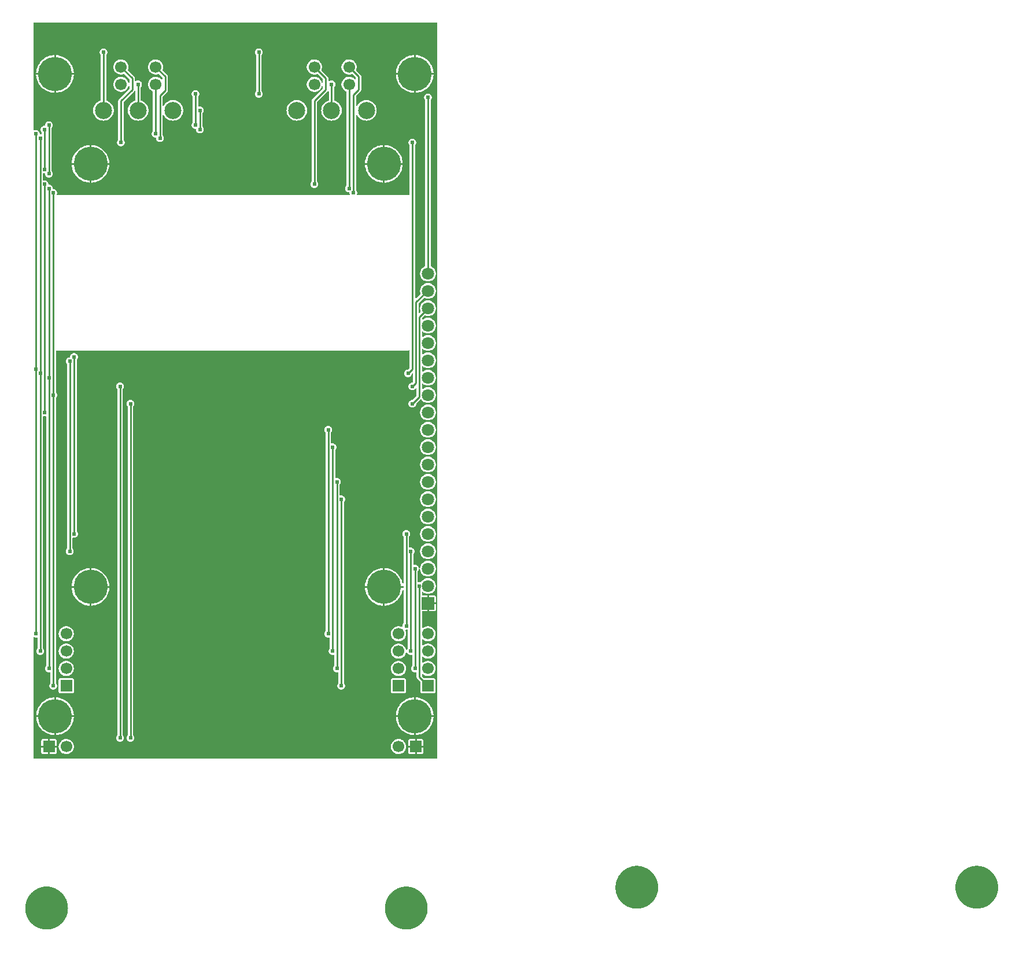
<source format=gtl>
G04 Layer: TopLayer*
G04 EasyEDA v6.5.29, 2023-07-18 10:32:44*
G04 f0145a9d3cf84adf84608df9e98d150b,5a6b42c53f6a479593ecc07194224c93,10*
G04 Gerber Generator version 0.2*
G04 Scale: 100 percent, Rotated: No, Reflected: No *
G04 Dimensions in millimeters *
G04 leading zeros omitted , absolute positions ,4 integer and 5 decimal *
%FSLAX45Y45*%
%MOMM*%

%AMMACRO1*21,1,$1,$2,0,0,$3*%
%ADD10C,0.2540*%
%ADD11C,1.8000*%
%ADD12MACRO1,1.8X1.8X90.0000*%
%ADD13R,1.7000X1.7000*%
%ADD14C,1.7000*%
%ADD15C,5.0000*%
%ADD16C,2.5000*%
%ADD17C,0.6096*%
%ADD18C,0.0194*%

%LPD*%
G36*
X163068Y838708D02*
G01*
X159156Y839469D01*
X155905Y841705D01*
X153670Y844956D01*
X152908Y848868D01*
X152908Y2606649D01*
X153720Y2610612D01*
X156006Y2613964D01*
X159410Y2616149D01*
X163423Y2616809D01*
X167386Y2615844D01*
X171246Y2614066D01*
X180695Y2611526D01*
X190500Y2610662D01*
X200304Y2611526D01*
X202590Y2612136D01*
X206298Y2612440D01*
X209854Y2611374D01*
X212801Y2609088D01*
X214731Y2605938D01*
X215392Y2602331D01*
X215392Y2458008D01*
X214629Y2454097D01*
X212394Y2450795D01*
X210820Y2449220D01*
X205181Y2441194D01*
X201066Y2432253D01*
X198526Y2422804D01*
X197662Y2413000D01*
X198526Y2403195D01*
X201066Y2393746D01*
X205181Y2384806D01*
X210820Y2376779D01*
X217779Y2369820D01*
X225806Y2364181D01*
X234746Y2360066D01*
X244195Y2357526D01*
X254000Y2356662D01*
X263804Y2357526D01*
X273253Y2360066D01*
X282194Y2364181D01*
X290220Y2369820D01*
X297180Y2376779D01*
X302818Y2384806D01*
X306933Y2393746D01*
X309473Y2403195D01*
X310337Y2413000D01*
X309473Y2422804D01*
X306933Y2432253D01*
X302818Y2441194D01*
X297180Y2449220D01*
X295605Y2450795D01*
X293370Y2454097D01*
X292608Y2458008D01*
X292608Y5840780D01*
X293268Y5844438D01*
X295198Y5847588D01*
X298145Y5849823D01*
X301701Y5850890D01*
X305409Y5850585D01*
X307695Y5849975D01*
X317500Y5849112D01*
X327304Y5849975D01*
X329590Y5850585D01*
X333298Y5850890D01*
X336854Y5849823D01*
X339801Y5847588D01*
X341731Y5844438D01*
X342392Y5840780D01*
X342392Y2204008D01*
X341630Y2200097D01*
X339394Y2196795D01*
X337820Y2195220D01*
X332181Y2187194D01*
X328066Y2178253D01*
X325526Y2168804D01*
X324662Y2159000D01*
X325526Y2149195D01*
X328066Y2139746D01*
X332181Y2130806D01*
X337820Y2122779D01*
X344779Y2115820D01*
X352806Y2110181D01*
X361746Y2106066D01*
X371195Y2103526D01*
X381000Y2102662D01*
X390804Y2103526D01*
X393090Y2104136D01*
X396798Y2104440D01*
X400354Y2103374D01*
X403301Y2101088D01*
X405231Y2097938D01*
X405892Y2094331D01*
X405892Y1950008D01*
X405130Y1946097D01*
X402894Y1942795D01*
X401320Y1941220D01*
X395681Y1933193D01*
X391566Y1924253D01*
X389026Y1914804D01*
X388162Y1905000D01*
X389026Y1895195D01*
X391566Y1885746D01*
X395681Y1876806D01*
X401320Y1868779D01*
X408279Y1861820D01*
X416306Y1856181D01*
X425246Y1852066D01*
X434695Y1849526D01*
X444500Y1848662D01*
X454304Y1849526D01*
X463753Y1852066D01*
X472693Y1856181D01*
X480720Y1861820D01*
X487680Y1868779D01*
X493318Y1876806D01*
X497433Y1885746D01*
X499973Y1895195D01*
X500837Y1905000D01*
X499973Y1914804D01*
X497433Y1924253D01*
X493318Y1933193D01*
X487680Y1941220D01*
X486105Y1942795D01*
X483870Y1946097D01*
X483108Y1950008D01*
X483108Y6114491D01*
X483870Y6118352D01*
X486105Y6121654D01*
X487680Y6123228D01*
X493318Y6131306D01*
X497433Y6140196D01*
X499973Y6149695D01*
X500837Y6159449D01*
X499973Y6169253D01*
X497433Y6178753D01*
X493318Y6187643D01*
X487680Y6195720D01*
X486105Y6197295D01*
X483870Y6200597D01*
X483108Y6204458D01*
X483108Y6802780D01*
X483971Y6806946D01*
X486511Y6810349D01*
X490169Y6812432D01*
X494385Y6812889D01*
X499465Y6812280D01*
X5641848Y6812280D01*
X5648147Y6812991D01*
X5650179Y6813702D01*
X5653989Y6814261D01*
X5657748Y6813397D01*
X5660898Y6811162D01*
X5662980Y6807911D01*
X5663692Y6804152D01*
X5663692Y6560718D01*
X5662930Y6556806D01*
X5660694Y6553504D01*
X5643321Y6536080D01*
X5640425Y6534099D01*
X5637022Y6533184D01*
X5628995Y6532473D01*
X5619546Y6529933D01*
X5610606Y6525768D01*
X5602579Y6520129D01*
X5595620Y6513220D01*
X5589981Y6505143D01*
X5585866Y6496253D01*
X5583326Y6486753D01*
X5582462Y6476949D01*
X5583326Y6467195D01*
X5585866Y6457696D01*
X5589981Y6448806D01*
X5595620Y6440728D01*
X5602579Y6433820D01*
X5610606Y6428181D01*
X5619546Y6424015D01*
X5628995Y6421475D01*
X5638800Y6420612D01*
X5648604Y6421475D01*
X5658053Y6424015D01*
X5666994Y6428181D01*
X5675020Y6433820D01*
X5681980Y6440728D01*
X5687618Y6448806D01*
X5691733Y6457696D01*
X5694527Y6467957D01*
X5696356Y6471666D01*
X5699556Y6474358D01*
X5703570Y6475476D01*
X5707684Y6474917D01*
X5711240Y6472783D01*
X5713628Y6469430D01*
X5714492Y6465366D01*
X5714492Y6357467D01*
X5713730Y6353606D01*
X5711494Y6350304D01*
X5706821Y6345580D01*
X5703925Y6343599D01*
X5700522Y6342684D01*
X5692495Y6341973D01*
X5683046Y6339433D01*
X5674106Y6335268D01*
X5666079Y6329629D01*
X5659120Y6322720D01*
X5653481Y6314643D01*
X5649366Y6305753D01*
X5646826Y6296253D01*
X5645962Y6286449D01*
X5646826Y6276695D01*
X5649366Y6267196D01*
X5653481Y6258306D01*
X5659120Y6250228D01*
X5666079Y6243320D01*
X5674106Y6237681D01*
X5683046Y6233515D01*
X5692495Y6230975D01*
X5702300Y6230112D01*
X5712104Y6230975D01*
X5721553Y6233515D01*
X5730494Y6237681D01*
X5738520Y6243320D01*
X5745480Y6250228D01*
X5746800Y6252159D01*
X5749899Y6255054D01*
X5753963Y6256426D01*
X5758180Y6256020D01*
X5761888Y6253937D01*
X5764377Y6250482D01*
X5765292Y6246368D01*
X5765292Y6154318D01*
X5764530Y6150406D01*
X5762294Y6147104D01*
X5706821Y6091631D01*
X5703925Y6089599D01*
X5700522Y6088684D01*
X5692495Y6087973D01*
X5683046Y6085433D01*
X5674106Y6081318D01*
X5666079Y6075680D01*
X5659120Y6068720D01*
X5653481Y6060694D01*
X5649366Y6051753D01*
X5646826Y6042304D01*
X5645962Y6032500D01*
X5646826Y6022695D01*
X5649366Y6013246D01*
X5653481Y6004306D01*
X5659120Y5996279D01*
X5666079Y5989320D01*
X5674106Y5983681D01*
X5683046Y5979566D01*
X5692495Y5977026D01*
X5702300Y5976162D01*
X5712104Y5977026D01*
X5721553Y5979566D01*
X5730494Y5983681D01*
X5738520Y5989320D01*
X5745480Y5996279D01*
X5751118Y6004306D01*
X5755233Y6013246D01*
X5757773Y6022695D01*
X5758484Y6030722D01*
X5759399Y6034125D01*
X5761431Y6037021D01*
X5819902Y6095492D01*
X5823559Y6097828D01*
X5827877Y6098438D01*
X5832043Y6097168D01*
X5835294Y6094272D01*
X5841593Y6085636D01*
X5851550Y6075019D01*
X5862777Y6065723D01*
X5875070Y6057950D01*
X5888228Y6051753D01*
X5902045Y6047232D01*
X5916371Y6044539D01*
X5930900Y6043625D01*
X5945428Y6044539D01*
X5959703Y6047232D01*
X5973521Y6051753D01*
X5986729Y6057950D01*
X5999022Y6065723D01*
X6010198Y6075019D01*
X6020155Y6085636D01*
X6028740Y6097371D01*
X6035751Y6110173D01*
X6041085Y6123686D01*
X6044742Y6137757D01*
X6046520Y6152235D01*
X6046520Y6166764D01*
X6044742Y6181191D01*
X6041085Y6195314D01*
X6035751Y6208826D01*
X6028740Y6221577D01*
X6020155Y6233363D01*
X6010198Y6243980D01*
X5999022Y6253226D01*
X5986729Y6261049D01*
X5973521Y6267246D01*
X5959703Y6271717D01*
X5945428Y6274460D01*
X5930900Y6275374D01*
X5916371Y6274460D01*
X5902045Y6271717D01*
X5888228Y6267246D01*
X5875070Y6261049D01*
X5862777Y6253226D01*
X5859119Y6250228D01*
X5855817Y6248400D01*
X5852007Y6247942D01*
X5848350Y6248908D01*
X5845251Y6251143D01*
X5843219Y6254343D01*
X5842508Y6258102D01*
X5842508Y6314897D01*
X5843219Y6318656D01*
X5845251Y6321856D01*
X5848350Y6324092D01*
X5852007Y6325057D01*
X5855817Y6324549D01*
X5859119Y6322720D01*
X5862777Y6319723D01*
X5875070Y6311950D01*
X5888228Y6305753D01*
X5902045Y6301232D01*
X5916371Y6298539D01*
X5930900Y6297625D01*
X5945428Y6298539D01*
X5959703Y6301232D01*
X5973521Y6305753D01*
X5986729Y6311950D01*
X5999022Y6319723D01*
X6010198Y6329019D01*
X6020155Y6339636D01*
X6028740Y6351371D01*
X6035751Y6364173D01*
X6041085Y6377686D01*
X6044742Y6391757D01*
X6046520Y6406235D01*
X6046520Y6420764D01*
X6044742Y6435191D01*
X6041085Y6449314D01*
X6035751Y6462826D01*
X6028740Y6475577D01*
X6020155Y6487363D01*
X6010198Y6497980D01*
X5999022Y6507226D01*
X5986729Y6515049D01*
X5973521Y6521246D01*
X5959703Y6525717D01*
X5945428Y6528460D01*
X5930900Y6529374D01*
X5916371Y6528460D01*
X5902045Y6525717D01*
X5888228Y6521246D01*
X5875070Y6515049D01*
X5862777Y6507226D01*
X5859119Y6504228D01*
X5855817Y6502400D01*
X5852007Y6501942D01*
X5848350Y6502907D01*
X5845251Y6505143D01*
X5843219Y6508343D01*
X5842508Y6512102D01*
X5842508Y6568897D01*
X5843219Y6572656D01*
X5845251Y6575856D01*
X5848350Y6578092D01*
X5852007Y6579057D01*
X5855817Y6578549D01*
X5859119Y6576720D01*
X5862777Y6573723D01*
X5875070Y6565950D01*
X5888228Y6559753D01*
X5902045Y6555231D01*
X5916371Y6552539D01*
X5930900Y6551625D01*
X5945428Y6552539D01*
X5959703Y6555231D01*
X5973521Y6559753D01*
X5986729Y6565950D01*
X5999022Y6573723D01*
X6010198Y6583019D01*
X6020155Y6593636D01*
X6028740Y6605371D01*
X6035751Y6618173D01*
X6041085Y6631686D01*
X6044742Y6645757D01*
X6046520Y6660235D01*
X6046520Y6674764D01*
X6044742Y6689191D01*
X6041085Y6703314D01*
X6035751Y6716826D01*
X6028740Y6729577D01*
X6020155Y6741363D01*
X6010198Y6751980D01*
X5999022Y6761225D01*
X5986729Y6769049D01*
X5973521Y6775246D01*
X5959703Y6779717D01*
X5945428Y6782460D01*
X5930900Y6783374D01*
X5916371Y6782460D01*
X5902045Y6779717D01*
X5888228Y6775246D01*
X5875070Y6769049D01*
X5862777Y6761225D01*
X5859119Y6758228D01*
X5855817Y6756400D01*
X5852007Y6755942D01*
X5848350Y6756908D01*
X5845251Y6759143D01*
X5843219Y6762343D01*
X5842508Y6766102D01*
X5842508Y6822897D01*
X5843219Y6826656D01*
X5845251Y6829856D01*
X5848350Y6832092D01*
X5852007Y6833057D01*
X5855817Y6832549D01*
X5859119Y6830720D01*
X5862777Y6827723D01*
X5875070Y6819950D01*
X5888228Y6813753D01*
X5902045Y6809231D01*
X5916371Y6806539D01*
X5930900Y6805625D01*
X5945428Y6806539D01*
X5959703Y6809231D01*
X5973521Y6813753D01*
X5986729Y6819950D01*
X5999022Y6827723D01*
X6010198Y6837019D01*
X6020155Y6847636D01*
X6028740Y6859371D01*
X6035751Y6872173D01*
X6041085Y6885686D01*
X6044742Y6899757D01*
X6046520Y6914235D01*
X6046520Y6928764D01*
X6044742Y6943191D01*
X6041085Y6957314D01*
X6035751Y6970826D01*
X6028740Y6983577D01*
X6020155Y6995363D01*
X6010198Y7005980D01*
X5999022Y7015225D01*
X5986729Y7023049D01*
X5973521Y7029246D01*
X5959703Y7033717D01*
X5945428Y7036460D01*
X5930900Y7037374D01*
X5916371Y7036460D01*
X5902045Y7033717D01*
X5888228Y7029246D01*
X5875070Y7023049D01*
X5862777Y7015225D01*
X5859119Y7012228D01*
X5855817Y7010400D01*
X5852007Y7009942D01*
X5848350Y7010908D01*
X5845251Y7013143D01*
X5843219Y7016343D01*
X5842508Y7020102D01*
X5842508Y7076897D01*
X5843219Y7080656D01*
X5845251Y7083856D01*
X5848350Y7086092D01*
X5852007Y7087057D01*
X5855817Y7086549D01*
X5859119Y7084720D01*
X5862777Y7081723D01*
X5875070Y7073950D01*
X5888228Y7067753D01*
X5902045Y7063231D01*
X5916371Y7060539D01*
X5930900Y7059625D01*
X5945428Y7060539D01*
X5959703Y7063231D01*
X5973521Y7067753D01*
X5986729Y7073950D01*
X5999022Y7081723D01*
X6010198Y7091019D01*
X6020155Y7101636D01*
X6028740Y7113371D01*
X6035751Y7126173D01*
X6041085Y7139686D01*
X6044742Y7153757D01*
X6046520Y7168235D01*
X6046520Y7182764D01*
X6044742Y7197191D01*
X6041085Y7211314D01*
X6035751Y7224826D01*
X6028740Y7237577D01*
X6020155Y7249363D01*
X6010198Y7259980D01*
X5999022Y7269225D01*
X5986729Y7277049D01*
X5973521Y7283246D01*
X5959703Y7287717D01*
X5945428Y7290460D01*
X5930900Y7291374D01*
X5916371Y7290460D01*
X5902045Y7287717D01*
X5888228Y7283246D01*
X5875070Y7277049D01*
X5862777Y7269225D01*
X5859119Y7266228D01*
X5855817Y7264400D01*
X5852007Y7263942D01*
X5848350Y7264908D01*
X5845251Y7267143D01*
X5843219Y7270343D01*
X5842508Y7274102D01*
X5842508Y7282281D01*
X5843270Y7286193D01*
X5845505Y7289495D01*
X5876036Y7320025D01*
X5879490Y7322312D01*
X5883554Y7323023D01*
X5888228Y7321753D01*
X5902045Y7317231D01*
X5916371Y7314539D01*
X5930900Y7313625D01*
X5945428Y7314539D01*
X5959703Y7317231D01*
X5973521Y7321753D01*
X5986729Y7327950D01*
X5999022Y7335723D01*
X6010198Y7345019D01*
X6020155Y7355636D01*
X6028740Y7367371D01*
X6035751Y7380173D01*
X6041085Y7393686D01*
X6044742Y7407757D01*
X6046520Y7422235D01*
X6046520Y7436764D01*
X6044742Y7451191D01*
X6041085Y7465314D01*
X6035751Y7478826D01*
X6028740Y7491577D01*
X6020155Y7503363D01*
X6010198Y7513980D01*
X5999022Y7523225D01*
X5986729Y7531049D01*
X5973521Y7537246D01*
X5959703Y7541717D01*
X5945428Y7544460D01*
X5930900Y7545374D01*
X5916371Y7544460D01*
X5902045Y7541717D01*
X5888228Y7537246D01*
X5875070Y7531049D01*
X5862777Y7523225D01*
X5851550Y7513980D01*
X5841593Y7503363D01*
X5833059Y7491577D01*
X5826048Y7478826D01*
X5820664Y7465314D01*
X5817057Y7451191D01*
X5815228Y7436764D01*
X5815228Y7422235D01*
X5817057Y7407757D01*
X5820664Y7393686D01*
X5823813Y7385710D01*
X5824524Y7381849D01*
X5823762Y7378039D01*
X5821578Y7374788D01*
X5809030Y7362240D01*
X5805728Y7360056D01*
X5801868Y7359243D01*
X5797956Y7360056D01*
X5794654Y7362240D01*
X5792470Y7365542D01*
X5791708Y7369403D01*
X5791708Y7498181D01*
X5792470Y7502093D01*
X5794654Y7505344D01*
X5867400Y7578090D01*
X5870854Y7580375D01*
X5874918Y7581087D01*
X5878931Y7580122D01*
X5888228Y7575753D01*
X5902045Y7571231D01*
X5916371Y7568539D01*
X5930900Y7567625D01*
X5945428Y7568539D01*
X5959703Y7571231D01*
X5973521Y7575753D01*
X5986729Y7581950D01*
X5999022Y7589723D01*
X6010198Y7599019D01*
X6020155Y7609636D01*
X6028740Y7621371D01*
X6035751Y7634173D01*
X6041085Y7647686D01*
X6044742Y7661757D01*
X6046520Y7676235D01*
X6046520Y7690764D01*
X6044742Y7705191D01*
X6041085Y7719314D01*
X6035751Y7732826D01*
X6028740Y7745577D01*
X6020155Y7757363D01*
X6010198Y7767980D01*
X5999022Y7777225D01*
X5986729Y7785049D01*
X5973521Y7791246D01*
X5959703Y7795717D01*
X5945428Y7798460D01*
X5930900Y7799374D01*
X5916371Y7798460D01*
X5902045Y7795717D01*
X5888228Y7791246D01*
X5875070Y7785049D01*
X5862777Y7777225D01*
X5851550Y7767980D01*
X5841593Y7757363D01*
X5833059Y7745577D01*
X5826048Y7732826D01*
X5820664Y7719314D01*
X5817057Y7705191D01*
X5815228Y7690764D01*
X5815228Y7676235D01*
X5817057Y7661757D01*
X5820664Y7647635D01*
X5820968Y7644130D01*
X5820054Y7640777D01*
X5818022Y7637932D01*
X5758230Y7578140D01*
X5754979Y7575956D01*
X5751068Y7575194D01*
X5747156Y7575956D01*
X5743905Y7578140D01*
X5741670Y7581442D01*
X5740908Y7585354D01*
X5740908Y9810191D01*
X5741670Y9814052D01*
X5743905Y9817354D01*
X5745480Y9818928D01*
X5751118Y9827006D01*
X5755233Y9835896D01*
X5757773Y9845395D01*
X5758637Y9855149D01*
X5757773Y9864953D01*
X5755233Y9874453D01*
X5751118Y9883343D01*
X5745480Y9891420D01*
X5738520Y9898329D01*
X5730494Y9903968D01*
X5721553Y9908133D01*
X5712104Y9910673D01*
X5702300Y9911537D01*
X5692495Y9910673D01*
X5683046Y9908133D01*
X5674106Y9903968D01*
X5666079Y9898329D01*
X5659120Y9891420D01*
X5653481Y9883343D01*
X5649366Y9874453D01*
X5646826Y9864953D01*
X5645962Y9855149D01*
X5646826Y9845395D01*
X5649366Y9835896D01*
X5653481Y9827006D01*
X5659120Y9818928D01*
X5660694Y9817354D01*
X5662930Y9814052D01*
X5663692Y9810191D01*
X5663692Y9094774D01*
X5662980Y9091015D01*
X5660898Y9087764D01*
X5657748Y9085529D01*
X5653989Y9084614D01*
X5650179Y9085173D01*
X5648147Y9085884D01*
X5641848Y9086596D01*
X4901488Y9086596D01*
X4897831Y9087307D01*
X4894681Y9089237D01*
X4892446Y9092184D01*
X4891379Y9095689D01*
X4891684Y9099397D01*
X4894173Y9108795D01*
X4895037Y9118549D01*
X4894173Y9128353D01*
X4891633Y9137853D01*
X4887518Y9146743D01*
X4881880Y9154820D01*
X4880305Y9156395D01*
X4878070Y9159697D01*
X4877308Y9163558D01*
X4877308Y10249103D01*
X4878273Y10253421D01*
X4880965Y10256926D01*
X4884928Y10258907D01*
X4889347Y10259060D01*
X4893411Y10257332D01*
X4896358Y10253980D01*
X4901438Y10244836D01*
X4911242Y10231018D01*
X4922520Y10218420D01*
X4935118Y10207142D01*
X4948936Y10197338D01*
X4963718Y10189159D01*
X4979365Y10182656D01*
X4995621Y10177983D01*
X5012283Y10175138D01*
X5029200Y10174224D01*
X5046116Y10175138D01*
X5062778Y10177983D01*
X5079034Y10182656D01*
X5094681Y10189159D01*
X5109464Y10197338D01*
X5123281Y10207142D01*
X5135880Y10218420D01*
X5147157Y10231018D01*
X5156962Y10244836D01*
X5165140Y10259618D01*
X5171643Y10275265D01*
X5176316Y10291521D01*
X5179161Y10308183D01*
X5180076Y10325100D01*
X5179161Y10342016D01*
X5176316Y10358678D01*
X5171643Y10374934D01*
X5165140Y10390581D01*
X5156962Y10405364D01*
X5147157Y10419181D01*
X5135880Y10431780D01*
X5123281Y10443057D01*
X5109464Y10452862D01*
X5094681Y10461040D01*
X5079034Y10467543D01*
X5062778Y10472216D01*
X5046116Y10475061D01*
X5029200Y10475976D01*
X5012283Y10475061D01*
X4995621Y10472216D01*
X4979365Y10467543D01*
X4963718Y10461040D01*
X4948936Y10452862D01*
X4935118Y10443057D01*
X4922520Y10431780D01*
X4911242Y10419181D01*
X4901438Y10405364D01*
X4896358Y10396220D01*
X4893411Y10392867D01*
X4889347Y10391140D01*
X4884928Y10391292D01*
X4880965Y10393273D01*
X4878273Y10396778D01*
X4877308Y10401096D01*
X4877308Y10533481D01*
X4878070Y10537393D01*
X4880305Y10540695D01*
X4941824Y10602264D01*
X4946954Y10608462D01*
X4950510Y10615168D01*
X4952695Y10622381D01*
X4953508Y10630408D01*
X4953508Y10819892D01*
X4952695Y10827918D01*
X4950510Y10835132D01*
X4946954Y10841837D01*
X4941824Y10848035D01*
X4880762Y10909096D01*
X4878679Y10912195D01*
X4877816Y10915802D01*
X4878324Y10919510D01*
X4882438Y10931956D01*
X4885182Y10945926D01*
X4886096Y10960100D01*
X4885182Y10974273D01*
X4882438Y10988243D01*
X4877968Y11001705D01*
X4871821Y11014506D01*
X4864049Y11026444D01*
X4854854Y11037265D01*
X4844338Y11046815D01*
X4832705Y11054943D01*
X4820107Y11061496D01*
X4806746Y11066424D01*
X4792878Y11069574D01*
X4778756Y11070945D01*
X4764532Y11070488D01*
X4750511Y11068202D01*
X4736896Y11064138D01*
X4723892Y11058398D01*
X4711750Y11051032D01*
X4700625Y11042192D01*
X4690770Y11031982D01*
X4682286Y11020602D01*
X4675276Y11008207D01*
X4669942Y10995050D01*
X4666335Y10981283D01*
X4664557Y10967212D01*
X4664557Y10952988D01*
X4666335Y10938916D01*
X4669942Y10925149D01*
X4675276Y10911992D01*
X4682286Y10899597D01*
X4690770Y10888218D01*
X4700625Y10878007D01*
X4711750Y10869168D01*
X4723892Y10861802D01*
X4736896Y10856010D01*
X4750511Y10851997D01*
X4764532Y10849711D01*
X4778756Y10849254D01*
X4792878Y10850626D01*
X4806746Y10853775D01*
X4815382Y10856976D01*
X4819142Y10857585D01*
X4822901Y10856772D01*
X4826101Y10854639D01*
X4873294Y10807395D01*
X4875530Y10804093D01*
X4876292Y10800181D01*
X4876292Y10785652D01*
X4875479Y10781639D01*
X4873142Y10778286D01*
X4869637Y10776153D01*
X4865573Y10775543D01*
X4861610Y10776559D01*
X4858410Y10779099D01*
X4854854Y10783265D01*
X4844338Y10792815D01*
X4832705Y10800943D01*
X4820107Y10807496D01*
X4806746Y10812424D01*
X4792878Y10815574D01*
X4778756Y10816945D01*
X4764532Y10816488D01*
X4750511Y10814202D01*
X4736896Y10810138D01*
X4723892Y10804398D01*
X4711750Y10797032D01*
X4700625Y10788192D01*
X4690770Y10777982D01*
X4682286Y10766602D01*
X4675276Y10754207D01*
X4669942Y10741050D01*
X4666335Y10727283D01*
X4664557Y10713212D01*
X4664557Y10698988D01*
X4666335Y10684916D01*
X4669942Y10671149D01*
X4675276Y10657992D01*
X4682286Y10645597D01*
X4690770Y10634218D01*
X4700625Y10624007D01*
X4711750Y10615168D01*
X4723892Y10607802D01*
X4730546Y10604855D01*
X4733747Y10602620D01*
X4735830Y10599369D01*
X4736592Y10595559D01*
X4736592Y9227058D01*
X4735830Y9223197D01*
X4733594Y9219895D01*
X4732020Y9218320D01*
X4726381Y9210243D01*
X4722266Y9201353D01*
X4719726Y9191853D01*
X4718862Y9182049D01*
X4719726Y9172295D01*
X4722266Y9162796D01*
X4726381Y9153906D01*
X4732020Y9145828D01*
X4738979Y9138920D01*
X4747006Y9133281D01*
X4755946Y9129115D01*
X4765395Y9126575D01*
X4773269Y9125915D01*
X4776673Y9125000D01*
X4779568Y9122968D01*
X4781600Y9120073D01*
X4782515Y9116669D01*
X4783226Y9108795D01*
X4785715Y9099397D01*
X4786020Y9095689D01*
X4784953Y9092184D01*
X4782718Y9089237D01*
X4779568Y9087307D01*
X4775911Y9086596D01*
X507288Y9086596D01*
X503631Y9087307D01*
X500481Y9089237D01*
X498246Y9092184D01*
X497179Y9095689D01*
X497484Y9099397D01*
X499973Y9108795D01*
X500837Y9118549D01*
X499973Y9128353D01*
X497433Y9137853D01*
X493318Y9146743D01*
X487680Y9154820D01*
X480720Y9161729D01*
X472693Y9167368D01*
X463753Y9171533D01*
X454304Y9174073D01*
X446430Y9174734D01*
X443026Y9175648D01*
X440131Y9177680D01*
X438099Y9180576D01*
X437184Y9183979D01*
X436473Y9191853D01*
X433933Y9201353D01*
X429818Y9210243D01*
X424180Y9218320D01*
X417220Y9225229D01*
X409194Y9230868D01*
X400253Y9235033D01*
X390804Y9237573D01*
X382930Y9238234D01*
X379526Y9239148D01*
X376631Y9241180D01*
X374599Y9244076D01*
X373684Y9247479D01*
X372973Y9255353D01*
X370433Y9264853D01*
X366318Y9273743D01*
X360680Y9281820D01*
X353720Y9288729D01*
X345694Y9294368D01*
X336753Y9298533D01*
X327304Y9301073D01*
X317500Y9301937D01*
X307695Y9301073D01*
X305409Y9300464D01*
X301701Y9300159D01*
X298145Y9301226D01*
X295198Y9303461D01*
X293268Y9306610D01*
X292608Y9310268D01*
X292608Y9396780D01*
X293268Y9400438D01*
X295198Y9403588D01*
X298145Y9405823D01*
X301701Y9406890D01*
X305409Y9406585D01*
X307695Y9405975D01*
X315569Y9405315D01*
X318973Y9404400D01*
X321868Y9402368D01*
X323900Y9399473D01*
X324815Y9396069D01*
X325526Y9388195D01*
X328066Y9378696D01*
X332181Y9369806D01*
X337820Y9361728D01*
X344779Y9354820D01*
X352806Y9349181D01*
X361746Y9345015D01*
X371195Y9342475D01*
X381000Y9341612D01*
X390804Y9342475D01*
X400253Y9345015D01*
X409194Y9349181D01*
X417220Y9354820D01*
X424180Y9361728D01*
X429818Y9369806D01*
X433933Y9378696D01*
X436473Y9388195D01*
X437337Y9397949D01*
X436473Y9407753D01*
X433933Y9417253D01*
X429818Y9426143D01*
X424180Y9434220D01*
X422605Y9435795D01*
X420370Y9439097D01*
X419608Y9442958D01*
X419608Y10064191D01*
X420370Y10068052D01*
X422605Y10071354D01*
X424180Y10072928D01*
X429818Y10081006D01*
X433933Y10089896D01*
X436473Y10099395D01*
X437337Y10109149D01*
X436473Y10118953D01*
X433933Y10128453D01*
X429818Y10137343D01*
X424180Y10145420D01*
X417220Y10152329D01*
X409194Y10157968D01*
X400253Y10162133D01*
X390804Y10164673D01*
X381000Y10165537D01*
X371195Y10164673D01*
X361746Y10162133D01*
X352806Y10157968D01*
X344779Y10152329D01*
X337820Y10145420D01*
X332181Y10137343D01*
X328066Y10128453D01*
X325526Y10118953D01*
X324815Y10111079D01*
X323900Y10107676D01*
X321868Y10104780D01*
X318973Y10102748D01*
X315569Y10101834D01*
X307695Y10101173D01*
X298246Y10098633D01*
X289306Y10094468D01*
X281279Y10088829D01*
X274320Y10081920D01*
X268681Y10073843D01*
X264566Y10064953D01*
X262026Y10055453D01*
X261162Y10045649D01*
X262026Y10035895D01*
X264566Y10026396D01*
X268681Y10017506D01*
X274320Y10009428D01*
X275894Y10007854D01*
X278130Y10004552D01*
X278892Y10000691D01*
X278892Y9983368D01*
X278231Y9979710D01*
X276301Y9976561D01*
X273354Y9974326D01*
X269798Y9973259D01*
X266090Y9973564D01*
X263804Y9974173D01*
X255930Y9974834D01*
X252526Y9975748D01*
X249631Y9977780D01*
X247599Y9980676D01*
X246684Y9984079D01*
X245973Y9991953D01*
X243433Y10001453D01*
X239318Y10010343D01*
X233679Y10018420D01*
X226720Y10025329D01*
X218694Y10030968D01*
X209753Y10035133D01*
X200304Y10037673D01*
X190500Y10038537D01*
X180695Y10037673D01*
X171246Y10035133D01*
X167386Y10033304D01*
X163423Y10032390D01*
X159410Y10033050D01*
X156006Y10035235D01*
X153720Y10038537D01*
X152908Y10042550D01*
X152908Y11597132D01*
X153670Y11601043D01*
X155905Y11604294D01*
X159156Y11606530D01*
X163068Y11607292D01*
X6059932Y11607292D01*
X6063843Y11606530D01*
X6067094Y11604294D01*
X6069330Y11601043D01*
X6070092Y11597132D01*
X6070092Y848868D01*
X6069330Y844956D01*
X6067094Y841705D01*
X6063843Y839469D01*
X6059932Y838708D01*
G37*

%LPC*%
G36*
X194360Y10871200D02*
G01*
X457200Y10871200D01*
X457200Y11133886D01*
X441045Y11132870D01*
X418185Y11129518D01*
X395681Y11124234D01*
X373735Y11117072D01*
X352450Y11108131D01*
X331927Y11097412D01*
X312420Y11085068D01*
X294030Y11071098D01*
X276860Y11055604D01*
X261061Y11038789D01*
X246684Y11020653D01*
X233883Y11001400D01*
X222758Y10981182D01*
X213360Y10960049D01*
X205790Y10938256D01*
X200050Y10915853D01*
X196189Y10893094D01*
G37*
G36*
X296570Y905103D02*
G01*
X368300Y905103D01*
X368300Y1003300D01*
X270103Y1003300D01*
X270103Y931570D01*
X270814Y925271D01*
X272694Y919784D01*
X275793Y914908D01*
X279908Y910793D01*
X284784Y907694D01*
X290271Y905814D01*
G37*
G36*
X5668670Y905103D02*
G01*
X5740400Y905103D01*
X5740400Y1003300D01*
X5642203Y1003300D01*
X5642203Y931570D01*
X5642914Y925271D01*
X5644794Y919784D01*
X5647893Y914908D01*
X5651957Y910793D01*
X5656884Y907694D01*
X5662320Y905814D01*
G37*
G36*
X5765800Y905103D02*
G01*
X5837529Y905103D01*
X5843828Y905814D01*
X5849315Y907694D01*
X5854192Y910793D01*
X5858306Y914908D01*
X5861354Y919784D01*
X5863285Y925271D01*
X5863996Y931570D01*
X5863996Y1003300D01*
X5765800Y1003300D01*
G37*
G36*
X638556Y905154D02*
G01*
X652678Y906526D01*
X666546Y909675D01*
X679907Y914603D01*
X692505Y921156D01*
X704138Y929284D01*
X714654Y938834D01*
X723849Y949655D01*
X731621Y961593D01*
X737768Y974394D01*
X742238Y987856D01*
X744982Y1001826D01*
X745896Y1016000D01*
X744982Y1030173D01*
X742238Y1044143D01*
X737768Y1057605D01*
X731621Y1070406D01*
X723849Y1082344D01*
X714654Y1093114D01*
X704138Y1102715D01*
X692505Y1110843D01*
X679907Y1117396D01*
X666546Y1122324D01*
X652678Y1125474D01*
X638556Y1126845D01*
X624332Y1126388D01*
X610311Y1124102D01*
X596696Y1120038D01*
X583692Y1114298D01*
X571550Y1106932D01*
X560425Y1098092D01*
X550570Y1087882D01*
X542086Y1076502D01*
X535076Y1064107D01*
X529742Y1050950D01*
X526135Y1037183D01*
X524357Y1023112D01*
X524357Y1008887D01*
X526135Y994816D01*
X529742Y981049D01*
X535076Y967892D01*
X542086Y955497D01*
X550570Y944118D01*
X560425Y933907D01*
X571550Y925068D01*
X583692Y917702D01*
X596696Y911910D01*
X610311Y907897D01*
X624332Y905611D01*
G37*
G36*
X5495544Y905154D02*
G01*
X5509717Y905611D01*
X5523788Y907897D01*
X5537403Y911910D01*
X5550357Y917702D01*
X5562549Y925068D01*
X5573623Y933907D01*
X5583529Y944118D01*
X5592013Y955497D01*
X5598972Y967892D01*
X5604306Y981049D01*
X5607913Y994816D01*
X5609742Y1008887D01*
X5609742Y1023112D01*
X5607913Y1037183D01*
X5604306Y1050950D01*
X5598972Y1064107D01*
X5592013Y1076502D01*
X5583529Y1087882D01*
X5573623Y1098092D01*
X5562549Y1106932D01*
X5550357Y1114298D01*
X5537403Y1120038D01*
X5523788Y1124102D01*
X5509717Y1126388D01*
X5495544Y1126845D01*
X5481370Y1125474D01*
X5467553Y1122324D01*
X5454192Y1117396D01*
X5441594Y1110843D01*
X5429961Y1102715D01*
X5419445Y1093114D01*
X5410200Y1082344D01*
X5402478Y1070406D01*
X5396331Y1057605D01*
X5391810Y1044143D01*
X5389118Y1030173D01*
X5388203Y1016000D01*
X5389118Y1001826D01*
X5391810Y987856D01*
X5396331Y974394D01*
X5402478Y961593D01*
X5410200Y949655D01*
X5419445Y938834D01*
X5429961Y929284D01*
X5441594Y921156D01*
X5454192Y914603D01*
X5467553Y909675D01*
X5481370Y906526D01*
G37*
G36*
X393700Y1028700D02*
G01*
X491896Y1028700D01*
X491896Y1100429D01*
X491185Y1106728D01*
X489305Y1112215D01*
X486206Y1117092D01*
X482092Y1121206D01*
X477215Y1124305D01*
X471728Y1126185D01*
X465429Y1126896D01*
X393700Y1126896D01*
G37*
G36*
X270103Y1028700D02*
G01*
X368300Y1028700D01*
X368300Y1126896D01*
X296570Y1126896D01*
X290271Y1126185D01*
X284784Y1124305D01*
X279908Y1121206D01*
X275793Y1117092D01*
X272694Y1112215D01*
X270814Y1106728D01*
X270103Y1100429D01*
G37*
G36*
X5642203Y1028700D02*
G01*
X5740400Y1028700D01*
X5740400Y1126896D01*
X5668670Y1126896D01*
X5662320Y1126185D01*
X5656884Y1124305D01*
X5651957Y1121206D01*
X5647893Y1117092D01*
X5644794Y1112215D01*
X5642914Y1106728D01*
X5642203Y1100429D01*
G37*
G36*
X5765800Y1028700D02*
G01*
X5863996Y1028700D01*
X5863996Y1100429D01*
X5863285Y1106728D01*
X5861354Y1112215D01*
X5858306Y1117092D01*
X5854192Y1121206D01*
X5849315Y1124305D01*
X5843828Y1126185D01*
X5837529Y1126896D01*
X5765800Y1126896D01*
G37*
G36*
X1574800Y1086662D02*
G01*
X1584604Y1087526D01*
X1594053Y1090066D01*
X1602994Y1094181D01*
X1611020Y1099820D01*
X1617980Y1106779D01*
X1623618Y1114806D01*
X1627733Y1123746D01*
X1630273Y1133195D01*
X1631137Y1143000D01*
X1630273Y1152804D01*
X1627733Y1162253D01*
X1623618Y1171194D01*
X1617980Y1179220D01*
X1616405Y1180795D01*
X1614170Y1184097D01*
X1613408Y1188008D01*
X1613408Y5987491D01*
X1614170Y5991352D01*
X1616405Y5994654D01*
X1617980Y5996228D01*
X1623618Y6004306D01*
X1627733Y6013196D01*
X1630273Y6022695D01*
X1631137Y6032449D01*
X1630273Y6042253D01*
X1627733Y6051753D01*
X1623618Y6060643D01*
X1617980Y6068720D01*
X1611020Y6075629D01*
X1602994Y6081268D01*
X1594053Y6085433D01*
X1584604Y6087973D01*
X1574800Y6088837D01*
X1564995Y6087973D01*
X1555546Y6085433D01*
X1546606Y6081268D01*
X1538579Y6075629D01*
X1531620Y6068720D01*
X1525981Y6060643D01*
X1521866Y6051753D01*
X1519326Y6042253D01*
X1518462Y6032449D01*
X1519326Y6022695D01*
X1521866Y6013196D01*
X1525981Y6004306D01*
X1531620Y5996228D01*
X1533194Y5994654D01*
X1535430Y5991352D01*
X1536192Y5987491D01*
X1536192Y1188008D01*
X1535430Y1184097D01*
X1533194Y1180795D01*
X1531620Y1179220D01*
X1525981Y1171194D01*
X1521866Y1162253D01*
X1519326Y1152804D01*
X1518462Y1143000D01*
X1519326Y1133195D01*
X1521866Y1123746D01*
X1525981Y1114806D01*
X1531620Y1106779D01*
X1538579Y1099820D01*
X1546606Y1094181D01*
X1555546Y1090066D01*
X1564995Y1087526D01*
G37*
G36*
X1422400Y1086662D02*
G01*
X1432204Y1087526D01*
X1441653Y1090066D01*
X1450594Y1094181D01*
X1458620Y1099820D01*
X1465580Y1106779D01*
X1471218Y1114806D01*
X1475333Y1123746D01*
X1477873Y1133195D01*
X1478737Y1143000D01*
X1477873Y1152804D01*
X1475333Y1162253D01*
X1471218Y1171194D01*
X1465580Y1179220D01*
X1464005Y1180795D01*
X1461770Y1184097D01*
X1461008Y1188008D01*
X1461008Y6241491D01*
X1461770Y6245352D01*
X1464005Y6248654D01*
X1465580Y6250228D01*
X1471218Y6258306D01*
X1475333Y6267196D01*
X1477873Y6276695D01*
X1478737Y6286449D01*
X1477873Y6296253D01*
X1475333Y6305753D01*
X1471218Y6314643D01*
X1465580Y6322720D01*
X1458620Y6329629D01*
X1450594Y6335268D01*
X1441653Y6339433D01*
X1432204Y6341973D01*
X1422400Y6342837D01*
X1412595Y6341973D01*
X1403146Y6339433D01*
X1394206Y6335268D01*
X1386179Y6329629D01*
X1379220Y6322720D01*
X1373581Y6314643D01*
X1369466Y6305753D01*
X1366926Y6296253D01*
X1366062Y6286449D01*
X1366926Y6276695D01*
X1369466Y6267196D01*
X1373581Y6258306D01*
X1379220Y6250228D01*
X1380794Y6248654D01*
X1383030Y6245352D01*
X1383792Y6241491D01*
X1383792Y1188008D01*
X1383030Y1184097D01*
X1380794Y1180795D01*
X1379220Y1179220D01*
X1373581Y1171194D01*
X1369466Y1162253D01*
X1366926Y1152804D01*
X1366062Y1143000D01*
X1366926Y1133195D01*
X1369466Y1123746D01*
X1373581Y1114806D01*
X1379220Y1106779D01*
X1386179Y1099820D01*
X1394206Y1094181D01*
X1403146Y1090066D01*
X1412595Y1087526D01*
G37*
G36*
X5749899Y1185062D02*
G01*
X5754522Y1185164D01*
X5777484Y1187551D01*
X5800191Y1191920D01*
X5822442Y1198118D01*
X5844133Y1206144D01*
X5865012Y1215999D01*
X5885027Y1227582D01*
X5904026Y1240739D01*
X5921806Y1255471D01*
X5938316Y1271625D01*
X5953404Y1289151D01*
X5967018Y1307846D01*
X5978956Y1327607D01*
X5989218Y1348282D01*
X5997752Y1369771D01*
X6004407Y1391920D01*
X6009233Y1414475D01*
X6012129Y1437436D01*
X6012535Y1447800D01*
X5749899Y1447800D01*
G37*
G36*
X483971Y1185062D02*
G01*
X488594Y1185164D01*
X511556Y1187551D01*
X534263Y1191920D01*
X556514Y1198118D01*
X578154Y1206144D01*
X599084Y1215999D01*
X619099Y1227582D01*
X638048Y1240739D01*
X655878Y1255471D01*
X672388Y1271625D01*
X687476Y1289151D01*
X701040Y1307846D01*
X713028Y1327607D01*
X723290Y1348282D01*
X731824Y1369771D01*
X738479Y1391920D01*
X743305Y1414475D01*
X746201Y1437436D01*
X746607Y1447800D01*
X483971Y1447800D01*
G37*
G36*
X5724499Y1185113D02*
G01*
X5724499Y1447800D01*
X5461609Y1447800D01*
X5463489Y1425956D01*
X5467350Y1403146D01*
X5473090Y1380744D01*
X5480659Y1358950D01*
X5490057Y1337818D01*
X5501182Y1317599D01*
X5513984Y1298346D01*
X5528360Y1280210D01*
X5544159Y1263396D01*
X5561330Y1247902D01*
X5579719Y1233932D01*
X5599226Y1221587D01*
X5619699Y1210868D01*
X5641035Y1201928D01*
X5662980Y1194765D01*
X5685485Y1189482D01*
X5708345Y1186129D01*
G37*
G36*
X458571Y1185113D02*
G01*
X458571Y1447800D01*
X195681Y1447800D01*
X197561Y1425956D01*
X201371Y1403146D01*
X207111Y1380744D01*
X214731Y1358950D01*
X224129Y1337818D01*
X235254Y1317599D01*
X248056Y1298346D01*
X262382Y1280210D01*
X278231Y1263396D01*
X295402Y1247902D01*
X313791Y1233932D01*
X333298Y1221587D01*
X353771Y1210868D01*
X375107Y1201928D01*
X397052Y1194765D01*
X419557Y1189482D01*
X442417Y1186129D01*
G37*
G36*
X5749899Y1473200D02*
G01*
X6012535Y1473200D01*
X6012129Y1483614D01*
X6009233Y1506524D01*
X6004407Y1529130D01*
X5997752Y1551228D01*
X5989218Y1572717D01*
X5978956Y1593443D01*
X5967018Y1613204D01*
X5953404Y1631899D01*
X5938316Y1649374D01*
X5921806Y1665528D01*
X5904026Y1680260D01*
X5885027Y1693468D01*
X5865012Y1705000D01*
X5844133Y1714855D01*
X5822442Y1722882D01*
X5800191Y1729130D01*
X5777484Y1733448D01*
X5754522Y1735886D01*
X5749899Y1735937D01*
G37*
G36*
X483971Y1473200D02*
G01*
X746607Y1473200D01*
X746201Y1483614D01*
X743305Y1506524D01*
X738479Y1529130D01*
X731824Y1551228D01*
X723290Y1572717D01*
X713028Y1593443D01*
X701040Y1613204D01*
X687476Y1631899D01*
X672388Y1649374D01*
X655878Y1665528D01*
X638048Y1680260D01*
X619099Y1693468D01*
X599084Y1705000D01*
X578154Y1714855D01*
X556514Y1722882D01*
X534263Y1729130D01*
X511556Y1733448D01*
X488594Y1735886D01*
X483971Y1735937D01*
G37*
G36*
X5461609Y1473200D02*
G01*
X5724499Y1473200D01*
X5724499Y1735937D01*
X5708345Y1734921D01*
X5685485Y1731518D01*
X5662980Y1726234D01*
X5641035Y1719122D01*
X5619699Y1710131D01*
X5599226Y1699463D01*
X5579719Y1687068D01*
X5561330Y1673098D01*
X5544159Y1657654D01*
X5528360Y1640789D01*
X5513984Y1622704D01*
X5501182Y1603451D01*
X5490057Y1583182D01*
X5480659Y1562100D01*
X5473090Y1540256D01*
X5467350Y1517853D01*
X5463489Y1495094D01*
G37*
G36*
X195681Y1473200D02*
G01*
X458571Y1473200D01*
X458571Y1735937D01*
X442417Y1734921D01*
X419557Y1731518D01*
X397052Y1726234D01*
X375107Y1719122D01*
X353771Y1710131D01*
X333298Y1699463D01*
X313791Y1687068D01*
X295402Y1673098D01*
X278231Y1657654D01*
X262382Y1640789D01*
X248056Y1622704D01*
X235254Y1603451D01*
X224129Y1583182D01*
X214731Y1562100D01*
X207111Y1540256D01*
X201371Y1517853D01*
X197561Y1495094D01*
G37*
G36*
X550570Y1794103D02*
G01*
X719429Y1794103D01*
X725779Y1794814D01*
X731215Y1796694D01*
X736142Y1799793D01*
X740206Y1803857D01*
X743305Y1808784D01*
X745185Y1814220D01*
X745896Y1820570D01*
X745896Y1989429D01*
X745185Y1995728D01*
X743305Y2001215D01*
X740206Y2006092D01*
X736142Y2010206D01*
X731215Y2013254D01*
X725779Y2015185D01*
X719429Y2015896D01*
X550570Y2015896D01*
X544271Y2015185D01*
X538784Y2013254D01*
X533908Y2010206D01*
X529793Y2006092D01*
X526745Y2001215D01*
X524814Y1995728D01*
X524103Y1989429D01*
X524103Y1820570D01*
X524814Y1814220D01*
X526745Y1808784D01*
X529793Y1803857D01*
X533908Y1799793D01*
X538784Y1796694D01*
X544271Y1794814D01*
G37*
G36*
X5414670Y1794103D02*
G01*
X5583529Y1794103D01*
X5589828Y1794814D01*
X5595315Y1796694D01*
X5600192Y1799793D01*
X5604306Y1803857D01*
X5607405Y1808784D01*
X5609285Y1814220D01*
X5609996Y1820570D01*
X5609996Y1989429D01*
X5609285Y1995728D01*
X5607405Y2001215D01*
X5604306Y2006092D01*
X5600192Y2010206D01*
X5595315Y2013254D01*
X5589828Y2015185D01*
X5583529Y2015896D01*
X5414670Y2015896D01*
X5408371Y2015185D01*
X5402884Y2013254D01*
X5398008Y2010206D01*
X5393893Y2006092D01*
X5390794Y2001215D01*
X5388914Y1995728D01*
X5388203Y1989429D01*
X5388203Y1820570D01*
X5388914Y1814220D01*
X5390794Y1808784D01*
X5393893Y1803857D01*
X5398008Y1799793D01*
X5402884Y1796694D01*
X5408371Y1794814D01*
G37*
G36*
X5846470Y1794103D02*
G01*
X6015329Y1794103D01*
X6021628Y1794814D01*
X6027115Y1796694D01*
X6031992Y1799793D01*
X6036106Y1803857D01*
X6039154Y1808784D01*
X6041085Y1814220D01*
X6041796Y1820570D01*
X6041796Y1989429D01*
X6041085Y1995728D01*
X6039154Y2001215D01*
X6036106Y2006092D01*
X6031992Y2010206D01*
X6027115Y2013254D01*
X6021628Y2015185D01*
X6015329Y2015896D01*
X5878779Y2015896D01*
X5874918Y2016658D01*
X5871616Y2018893D01*
X5845454Y2045004D01*
X5843270Y2048306D01*
X5842508Y2052218D01*
X5842508Y2066645D01*
X5843473Y2070963D01*
X5846216Y2074519D01*
X5850178Y2076500D01*
X5854649Y2076602D01*
X5858713Y2074773D01*
X5870397Y2066086D01*
X5882792Y2059076D01*
X5895949Y2053742D01*
X5909716Y2050135D01*
X5923788Y2048357D01*
X5938012Y2048357D01*
X5952083Y2050135D01*
X5965850Y2053742D01*
X5979007Y2059076D01*
X5991402Y2066086D01*
X6002782Y2074570D01*
X6012992Y2084425D01*
X6021832Y2095550D01*
X6029198Y2107692D01*
X6034938Y2120696D01*
X6039002Y2134311D01*
X6041288Y2148332D01*
X6041745Y2162556D01*
X6040374Y2176678D01*
X6037173Y2190546D01*
X6032296Y2203856D01*
X6025743Y2216454D01*
X6017564Y2228138D01*
X6008014Y2238654D01*
X5997194Y2247849D01*
X5985306Y2255621D01*
X5972505Y2261768D01*
X5959043Y2266238D01*
X5945073Y2268982D01*
X5930900Y2269896D01*
X5916726Y2268982D01*
X5902756Y2266238D01*
X5889294Y2261768D01*
X5876493Y2255621D01*
X5864555Y2247849D01*
X5859221Y2243328D01*
X5855919Y2241448D01*
X5852109Y2240889D01*
X5848400Y2241804D01*
X5845251Y2244039D01*
X5843219Y2247290D01*
X5842508Y2251049D01*
X5842508Y2320645D01*
X5843473Y2324963D01*
X5846216Y2328519D01*
X5850178Y2330500D01*
X5854649Y2330602D01*
X5858713Y2328773D01*
X5870397Y2320086D01*
X5882792Y2313076D01*
X5895949Y2307742D01*
X5909716Y2304135D01*
X5923788Y2302357D01*
X5938012Y2302357D01*
X5952083Y2304135D01*
X5965850Y2307742D01*
X5979007Y2313076D01*
X5991402Y2320086D01*
X6002782Y2328570D01*
X6012992Y2338425D01*
X6021832Y2349550D01*
X6029198Y2361692D01*
X6034938Y2374696D01*
X6039002Y2388311D01*
X6041288Y2402332D01*
X6041745Y2416556D01*
X6040374Y2430678D01*
X6037173Y2444546D01*
X6032296Y2457856D01*
X6025743Y2470454D01*
X6017564Y2482138D01*
X6008014Y2492654D01*
X5997194Y2501849D01*
X5985306Y2509621D01*
X5972505Y2515768D01*
X5959043Y2520238D01*
X5945073Y2522982D01*
X5930900Y2523896D01*
X5916726Y2522982D01*
X5902756Y2520238D01*
X5889294Y2515768D01*
X5876493Y2509621D01*
X5864555Y2501849D01*
X5859221Y2497328D01*
X5855919Y2495448D01*
X5852109Y2494889D01*
X5848400Y2495804D01*
X5845251Y2498039D01*
X5843219Y2501290D01*
X5842508Y2505049D01*
X5842508Y2574645D01*
X5843473Y2578963D01*
X5846216Y2582519D01*
X5850178Y2584500D01*
X5854649Y2584602D01*
X5858713Y2582773D01*
X5870397Y2574086D01*
X5882792Y2567076D01*
X5895949Y2561742D01*
X5909716Y2558135D01*
X5923788Y2556357D01*
X5938012Y2556357D01*
X5952083Y2558135D01*
X5965850Y2561742D01*
X5979007Y2567076D01*
X5991402Y2574086D01*
X6002782Y2582570D01*
X6012992Y2592425D01*
X6021832Y2603550D01*
X6029198Y2615692D01*
X6034938Y2628696D01*
X6039002Y2642311D01*
X6041288Y2656332D01*
X6041745Y2670556D01*
X6040374Y2684678D01*
X6037173Y2698546D01*
X6032296Y2711856D01*
X6025743Y2724454D01*
X6017564Y2736138D01*
X6008014Y2746654D01*
X5997194Y2755849D01*
X5985306Y2763621D01*
X5972505Y2769768D01*
X5959043Y2774238D01*
X5945073Y2776982D01*
X5930900Y2777896D01*
X5916726Y2776982D01*
X5902756Y2774238D01*
X5889294Y2769768D01*
X5876493Y2763621D01*
X5864555Y2755849D01*
X5859221Y2751328D01*
X5855919Y2749448D01*
X5852109Y2748889D01*
X5848400Y2749804D01*
X5845251Y2752039D01*
X5843219Y2755290D01*
X5842508Y2759049D01*
X5842508Y2985414D01*
X5843270Y2989326D01*
X5845454Y2992628D01*
X5848756Y2994812D01*
X5852668Y2995574D01*
X5918200Y2995574D01*
X5918200Y3098800D01*
X5852668Y3098800D01*
X5848756Y3099562D01*
X5845454Y3101746D01*
X5843270Y3105048D01*
X5842508Y3108960D01*
X5842508Y3114040D01*
X5843270Y3117900D01*
X5845454Y3121202D01*
X5848756Y3123438D01*
X5852668Y3124200D01*
X5918200Y3124200D01*
X5918200Y3227374D01*
X5852668Y3227374D01*
X5848756Y3228187D01*
X5845454Y3230372D01*
X5843270Y3233674D01*
X5842508Y3237534D01*
X5842508Y3266948D01*
X5843219Y3270656D01*
X5845251Y3273907D01*
X5848299Y3276142D01*
X5852007Y3277057D01*
X5855766Y3276600D01*
X5859119Y3274771D01*
X5862777Y3271723D01*
X5875070Y3263950D01*
X5888228Y3257753D01*
X5902045Y3253232D01*
X5916371Y3250539D01*
X5930900Y3249625D01*
X5945428Y3250539D01*
X5959703Y3253232D01*
X5973521Y3257753D01*
X5986729Y3263950D01*
X5999022Y3271723D01*
X6010198Y3281019D01*
X6020155Y3291636D01*
X6028740Y3303371D01*
X6035751Y3316173D01*
X6041085Y3329686D01*
X6044742Y3343757D01*
X6046520Y3358235D01*
X6046520Y3372764D01*
X6044742Y3387191D01*
X6041085Y3401314D01*
X6035751Y3414826D01*
X6028740Y3427577D01*
X6020155Y3439363D01*
X6010198Y3449980D01*
X5999022Y3459226D01*
X5986729Y3467049D01*
X5973521Y3473246D01*
X5959703Y3477717D01*
X5945428Y3480460D01*
X5930900Y3481374D01*
X5916371Y3480460D01*
X5902045Y3477717D01*
X5888228Y3473246D01*
X5875070Y3467049D01*
X5862777Y3459226D01*
X5851550Y3449980D01*
X5841593Y3439363D01*
X5833059Y3427577D01*
X5831230Y3424326D01*
X5828284Y3420973D01*
X5824169Y3419195D01*
X5819698Y3419398D01*
X5813704Y3420973D01*
X5803900Y3421837D01*
X5794095Y3420973D01*
X5791809Y3420364D01*
X5788101Y3420059D01*
X5784545Y3421126D01*
X5781598Y3423412D01*
X5779668Y3426561D01*
X5779008Y3430168D01*
X5779008Y3574491D01*
X5779770Y3578402D01*
X5782005Y3581704D01*
X5783580Y3583279D01*
X5789218Y3591306D01*
X5793333Y3600246D01*
X5795822Y3609543D01*
X5797600Y3613099D01*
X5800598Y3615690D01*
X5804357Y3616960D01*
X5808319Y3616706D01*
X5811875Y3614928D01*
X5814466Y3611930D01*
X5815736Y3608171D01*
X5817057Y3597757D01*
X5820664Y3583686D01*
X5826048Y3570173D01*
X5833059Y3557371D01*
X5841593Y3545636D01*
X5851550Y3535019D01*
X5862777Y3525723D01*
X5875070Y3517950D01*
X5888228Y3511753D01*
X5902045Y3507232D01*
X5916371Y3504539D01*
X5930900Y3503625D01*
X5945428Y3504539D01*
X5959703Y3507232D01*
X5973521Y3511753D01*
X5986729Y3517950D01*
X5999022Y3525723D01*
X6010198Y3535019D01*
X6020155Y3545636D01*
X6028740Y3557371D01*
X6035751Y3570173D01*
X6041085Y3583686D01*
X6044742Y3597757D01*
X6046520Y3612235D01*
X6046520Y3626764D01*
X6044742Y3641191D01*
X6041085Y3655314D01*
X6035751Y3668826D01*
X6028740Y3681577D01*
X6020155Y3693363D01*
X6010198Y3703980D01*
X5999022Y3713226D01*
X5986729Y3721049D01*
X5973521Y3727246D01*
X5959703Y3731717D01*
X5945428Y3734460D01*
X5930900Y3735374D01*
X5916371Y3734460D01*
X5902045Y3731717D01*
X5888228Y3727246D01*
X5875070Y3721049D01*
X5862777Y3713226D01*
X5851550Y3703980D01*
X5841593Y3693363D01*
X5833059Y3681577D01*
X5826048Y3668826D01*
X5820664Y3655314D01*
X5817057Y3641191D01*
X5815736Y3630828D01*
X5814466Y3627069D01*
X5811875Y3624072D01*
X5808319Y3622294D01*
X5804357Y3622040D01*
X5800598Y3623310D01*
X5797600Y3625900D01*
X5795822Y3629456D01*
X5793333Y3638753D01*
X5789218Y3647694D01*
X5783580Y3655720D01*
X5776620Y3662679D01*
X5768594Y3668318D01*
X5759653Y3672433D01*
X5750204Y3674973D01*
X5740400Y3675837D01*
X5730595Y3674973D01*
X5728309Y3674364D01*
X5724601Y3674059D01*
X5721045Y3675126D01*
X5718098Y3677412D01*
X5716168Y3680561D01*
X5715508Y3684168D01*
X5715508Y3828491D01*
X5716270Y3832402D01*
X5718505Y3835704D01*
X5720080Y3837279D01*
X5725718Y3845306D01*
X5729833Y3854246D01*
X5732373Y3863695D01*
X5733237Y3873500D01*
X5732373Y3883304D01*
X5729833Y3892753D01*
X5725718Y3901694D01*
X5720080Y3909720D01*
X5713120Y3916679D01*
X5705094Y3922318D01*
X5696153Y3926433D01*
X5686704Y3928973D01*
X5676900Y3929837D01*
X5667095Y3928973D01*
X5664809Y3928364D01*
X5661101Y3928059D01*
X5657545Y3929126D01*
X5654598Y3931412D01*
X5652668Y3934561D01*
X5652008Y3938168D01*
X5652008Y4082491D01*
X5652770Y4086402D01*
X5655005Y4089704D01*
X5656580Y4091279D01*
X5662218Y4099306D01*
X5666333Y4108246D01*
X5668873Y4117695D01*
X5669737Y4127500D01*
X5668873Y4137304D01*
X5666333Y4146753D01*
X5662218Y4155694D01*
X5656580Y4163720D01*
X5649620Y4170679D01*
X5641594Y4176318D01*
X5632653Y4180433D01*
X5623204Y4182973D01*
X5613400Y4183837D01*
X5603595Y4182973D01*
X5594146Y4180433D01*
X5585206Y4176318D01*
X5577179Y4170679D01*
X5570220Y4163720D01*
X5564581Y4155694D01*
X5560466Y4146753D01*
X5557926Y4137304D01*
X5557062Y4127500D01*
X5557926Y4117695D01*
X5560466Y4108246D01*
X5564581Y4099306D01*
X5570220Y4091279D01*
X5571794Y4089704D01*
X5574030Y4086402D01*
X5574792Y4082491D01*
X5574792Y3412896D01*
X5573928Y3408781D01*
X5571439Y3405327D01*
X5567781Y3403244D01*
X5563565Y3402787D01*
X5559552Y3404108D01*
X5556402Y3406901D01*
X5554675Y3410762D01*
X5552440Y3421430D01*
X5545734Y3443528D01*
X5537250Y3465017D01*
X5526989Y3485692D01*
X5515000Y3505504D01*
X5501436Y3524148D01*
X5486349Y3541674D01*
X5469839Y3557828D01*
X5452008Y3572560D01*
X5433060Y3585768D01*
X5413044Y3597300D01*
X5392115Y3607155D01*
X5370474Y3615182D01*
X5348224Y3621430D01*
X5325516Y3625748D01*
X5302504Y3628136D01*
X5297881Y3628237D01*
X5297881Y3365500D01*
X5564632Y3365500D01*
X5568543Y3364737D01*
X5571794Y3362502D01*
X5574030Y3359251D01*
X5574792Y3355340D01*
X5574792Y3350260D01*
X5574030Y3346348D01*
X5571794Y3343097D01*
X5568543Y3340862D01*
X5564632Y3340100D01*
X5297881Y3340100D01*
X5297881Y3077362D01*
X5302504Y3077464D01*
X5325516Y3079851D01*
X5348224Y3084169D01*
X5370474Y3090418D01*
X5392115Y3098444D01*
X5413044Y3108299D01*
X5433060Y3119831D01*
X5452008Y3133039D01*
X5469839Y3147771D01*
X5486349Y3163925D01*
X5501436Y3181400D01*
X5515000Y3200095D01*
X5526989Y3219907D01*
X5537250Y3240582D01*
X5545734Y3262071D01*
X5552440Y3284169D01*
X5554675Y3294837D01*
X5556402Y3298698D01*
X5559552Y3301492D01*
X5563565Y3302812D01*
X5567781Y3302355D01*
X5571439Y3300272D01*
X5573928Y3296818D01*
X5574792Y3292703D01*
X5574792Y2826308D01*
X5574030Y2822397D01*
X5571794Y2819095D01*
X5570220Y2817520D01*
X5564581Y2809494D01*
X5560466Y2800553D01*
X5557926Y2791104D01*
X5557062Y2781300D01*
X5557266Y2778861D01*
X5556758Y2774645D01*
X5554522Y2770987D01*
X5551068Y2768549D01*
X5546852Y2767787D01*
X5542737Y2768803D01*
X5540705Y2769768D01*
X5527243Y2774238D01*
X5513273Y2776982D01*
X5499100Y2777896D01*
X5484926Y2776982D01*
X5470956Y2774238D01*
X5457494Y2769768D01*
X5444693Y2763621D01*
X5432755Y2755849D01*
X5421934Y2746654D01*
X5412384Y2736138D01*
X5404256Y2724454D01*
X5397703Y2711856D01*
X5392775Y2698546D01*
X5389626Y2684678D01*
X5388254Y2670556D01*
X5388711Y2656332D01*
X5390997Y2642311D01*
X5395010Y2628696D01*
X5400802Y2615692D01*
X5408168Y2603550D01*
X5417007Y2592425D01*
X5427218Y2582570D01*
X5438597Y2574086D01*
X5450992Y2567076D01*
X5464149Y2561742D01*
X5477916Y2558135D01*
X5491988Y2556357D01*
X5506212Y2556357D01*
X5520283Y2558135D01*
X5534050Y2561742D01*
X5547207Y2567076D01*
X5559602Y2574086D01*
X5570982Y2582570D01*
X5581192Y2592425D01*
X5590032Y2603550D01*
X5597398Y2615692D01*
X5603138Y2628696D01*
X5607202Y2642311D01*
X5609488Y2656332D01*
X5609945Y2670556D01*
X5608574Y2684678D01*
X5605424Y2698546D01*
X5600649Y2711551D01*
X5599988Y2715514D01*
X5601004Y2719476D01*
X5603494Y2722676D01*
X5606999Y2724708D01*
X5611063Y2725166D01*
X5613400Y2724962D01*
X5623204Y2725826D01*
X5625490Y2726436D01*
X5629198Y2726740D01*
X5632754Y2725674D01*
X5635701Y2723388D01*
X5637631Y2720238D01*
X5638292Y2716631D01*
X5638292Y2458008D01*
X5637530Y2454097D01*
X5635294Y2450795D01*
X5633720Y2449220D01*
X5628081Y2441194D01*
X5625896Y2436469D01*
X5623407Y2433116D01*
X5619750Y2431084D01*
X5615635Y2430627D01*
X5611622Y2431948D01*
X5608523Y2434691D01*
X5606796Y2438501D01*
X5605424Y2444546D01*
X5600496Y2457856D01*
X5593943Y2470454D01*
X5585815Y2482138D01*
X5576214Y2492654D01*
X5565444Y2501849D01*
X5553506Y2509621D01*
X5540705Y2515768D01*
X5527243Y2520238D01*
X5513273Y2522982D01*
X5499100Y2523896D01*
X5484926Y2522982D01*
X5470956Y2520238D01*
X5457494Y2515768D01*
X5444693Y2509621D01*
X5432755Y2501849D01*
X5421934Y2492654D01*
X5412384Y2482138D01*
X5404256Y2470454D01*
X5397703Y2457856D01*
X5392775Y2444546D01*
X5389626Y2430678D01*
X5388254Y2416556D01*
X5388711Y2402332D01*
X5390997Y2388311D01*
X5395010Y2374696D01*
X5400802Y2361692D01*
X5408168Y2349550D01*
X5417007Y2338425D01*
X5427218Y2328570D01*
X5438597Y2320086D01*
X5450992Y2313076D01*
X5464149Y2307742D01*
X5477916Y2304135D01*
X5491988Y2302357D01*
X5506212Y2302357D01*
X5520283Y2304135D01*
X5534050Y2307742D01*
X5547207Y2313076D01*
X5559602Y2320086D01*
X5570982Y2328570D01*
X5581192Y2338425D01*
X5590032Y2349550D01*
X5597398Y2361692D01*
X5603138Y2374696D01*
X5607050Y2387904D01*
X5608980Y2391460D01*
X5612130Y2394000D01*
X5616041Y2395118D01*
X5620105Y2394610D01*
X5623610Y2392527D01*
X5625998Y2389276D01*
X5628081Y2384806D01*
X5633720Y2376779D01*
X5640679Y2369820D01*
X5648706Y2364181D01*
X5657646Y2360066D01*
X5667095Y2357526D01*
X5676900Y2356662D01*
X5686704Y2357526D01*
X5688990Y2358136D01*
X5692698Y2358440D01*
X5696254Y2357374D01*
X5699201Y2355088D01*
X5701131Y2351938D01*
X5701792Y2348331D01*
X5701792Y2204008D01*
X5701030Y2200097D01*
X5698794Y2196795D01*
X5697220Y2195220D01*
X5691581Y2187194D01*
X5687466Y2178253D01*
X5684926Y2168804D01*
X5684062Y2159000D01*
X5684926Y2149195D01*
X5687466Y2139746D01*
X5691581Y2130806D01*
X5697220Y2122779D01*
X5704179Y2115820D01*
X5712206Y2110181D01*
X5721146Y2106066D01*
X5730595Y2103526D01*
X5740400Y2102662D01*
X5750204Y2103526D01*
X5752490Y2104136D01*
X5756148Y2104390D01*
X5759704Y2103374D01*
X5762650Y2101088D01*
X5764580Y2097938D01*
X5765292Y2094331D01*
X5765292Y2032507D01*
X5766054Y2024481D01*
X5768238Y2017268D01*
X5771794Y2010562D01*
X5776925Y2004364D01*
X5817006Y1964283D01*
X5819190Y1960981D01*
X5820003Y1957070D01*
X5820003Y1820570D01*
X5820714Y1814220D01*
X5822594Y1808784D01*
X5825693Y1803857D01*
X5829757Y1799793D01*
X5834684Y1796694D01*
X5840120Y1794814D01*
G37*
G36*
X4660900Y1848662D02*
G01*
X4670704Y1849526D01*
X4680153Y1852066D01*
X4689094Y1856181D01*
X4697120Y1861820D01*
X4704080Y1868779D01*
X4709718Y1876806D01*
X4713833Y1885746D01*
X4716373Y1895195D01*
X4717237Y1905000D01*
X4716373Y1914804D01*
X4713833Y1924253D01*
X4709718Y1933193D01*
X4704080Y1941220D01*
X4702454Y1942795D01*
X4700270Y1946097D01*
X4699508Y1950008D01*
X4699508Y4590491D01*
X4700270Y4594352D01*
X4702454Y4597654D01*
X4704080Y4599228D01*
X4709718Y4607306D01*
X4713833Y4616196D01*
X4716373Y4625695D01*
X4717237Y4635449D01*
X4716373Y4645253D01*
X4713833Y4654753D01*
X4709718Y4663643D01*
X4704080Y4671720D01*
X4697120Y4678629D01*
X4689094Y4684268D01*
X4680153Y4688433D01*
X4670704Y4690973D01*
X4660900Y4691837D01*
X4651095Y4690973D01*
X4648809Y4690364D01*
X4645101Y4690059D01*
X4641545Y4691126D01*
X4638598Y4693361D01*
X4636668Y4696510D01*
X4636008Y4700168D01*
X4636008Y4844491D01*
X4636770Y4848352D01*
X4638954Y4851654D01*
X4640580Y4853228D01*
X4646218Y4861306D01*
X4650333Y4870196D01*
X4652873Y4879695D01*
X4653737Y4889449D01*
X4652873Y4899253D01*
X4650333Y4908753D01*
X4646218Y4917643D01*
X4640580Y4925720D01*
X4633620Y4932629D01*
X4625594Y4938268D01*
X4616653Y4942433D01*
X4607204Y4944973D01*
X4597400Y4945837D01*
X4587595Y4944973D01*
X4585309Y4944364D01*
X4581601Y4944059D01*
X4578045Y4945126D01*
X4575098Y4947361D01*
X4573168Y4950510D01*
X4572508Y4954168D01*
X4572508Y5352491D01*
X4573270Y5356352D01*
X4575454Y5359654D01*
X4577080Y5361228D01*
X4582718Y5369306D01*
X4586833Y5378196D01*
X4589373Y5387695D01*
X4590237Y5397449D01*
X4589373Y5407253D01*
X4586833Y5416753D01*
X4582718Y5425643D01*
X4577080Y5433720D01*
X4570120Y5440629D01*
X4562094Y5446268D01*
X4553153Y5450433D01*
X4543704Y5452973D01*
X4533900Y5453837D01*
X4524095Y5452973D01*
X4521809Y5452364D01*
X4518101Y5452059D01*
X4514545Y5453126D01*
X4511598Y5455361D01*
X4509668Y5458510D01*
X4509008Y5462168D01*
X4509008Y5606491D01*
X4509770Y5610352D01*
X4511954Y5613654D01*
X4513580Y5615228D01*
X4519218Y5623306D01*
X4523333Y5632196D01*
X4525873Y5641695D01*
X4526737Y5651449D01*
X4525873Y5661253D01*
X4523333Y5670753D01*
X4519218Y5679643D01*
X4513580Y5687720D01*
X4506620Y5694629D01*
X4498594Y5700268D01*
X4489653Y5704433D01*
X4480204Y5706973D01*
X4470400Y5707837D01*
X4460595Y5706973D01*
X4451146Y5704433D01*
X4442206Y5700268D01*
X4434179Y5694629D01*
X4427220Y5687720D01*
X4421581Y5679643D01*
X4417466Y5670753D01*
X4414926Y5661253D01*
X4414062Y5651449D01*
X4414926Y5641695D01*
X4417466Y5632196D01*
X4421581Y5623306D01*
X4427220Y5615228D01*
X4428794Y5613704D01*
X4431030Y5610402D01*
X4431792Y5606491D01*
X4431792Y2711958D01*
X4431030Y2708097D01*
X4428794Y2704795D01*
X4427220Y2703220D01*
X4421581Y2695194D01*
X4417466Y2686253D01*
X4414926Y2676804D01*
X4414062Y2667000D01*
X4414926Y2657195D01*
X4417466Y2647746D01*
X4421581Y2638806D01*
X4427220Y2630779D01*
X4434179Y2623820D01*
X4442206Y2618181D01*
X4451146Y2614066D01*
X4460595Y2611526D01*
X4470400Y2610662D01*
X4480204Y2611526D01*
X4482490Y2612136D01*
X4486198Y2612390D01*
X4489754Y2611374D01*
X4492650Y2609088D01*
X4494580Y2605938D01*
X4495292Y2602331D01*
X4495292Y2457958D01*
X4494530Y2454097D01*
X4492294Y2450795D01*
X4490720Y2449220D01*
X4485081Y2441194D01*
X4480966Y2432253D01*
X4478426Y2422804D01*
X4477562Y2413000D01*
X4478426Y2403195D01*
X4480966Y2393746D01*
X4485081Y2384806D01*
X4490720Y2376779D01*
X4497679Y2369820D01*
X4505706Y2364181D01*
X4514646Y2360066D01*
X4524095Y2357526D01*
X4533900Y2356662D01*
X4543704Y2357526D01*
X4545990Y2358136D01*
X4549698Y2358390D01*
X4553254Y2357374D01*
X4556150Y2355088D01*
X4558080Y2351938D01*
X4558792Y2348331D01*
X4558792Y2203958D01*
X4558030Y2200097D01*
X4555794Y2196795D01*
X4554220Y2195220D01*
X4548581Y2187194D01*
X4544466Y2178253D01*
X4541926Y2168804D01*
X4541062Y2159000D01*
X4541926Y2149195D01*
X4544466Y2139746D01*
X4548581Y2130806D01*
X4554220Y2122779D01*
X4561179Y2115820D01*
X4569206Y2110181D01*
X4578146Y2106066D01*
X4587595Y2103526D01*
X4597400Y2102662D01*
X4607204Y2103526D01*
X4609490Y2104136D01*
X4613198Y2104390D01*
X4616754Y2103374D01*
X4619650Y2101088D01*
X4621580Y2097938D01*
X4622292Y2094331D01*
X4622292Y1949957D01*
X4621530Y1946097D01*
X4619294Y1942795D01*
X4617720Y1941220D01*
X4612081Y1933193D01*
X4607966Y1924253D01*
X4605426Y1914804D01*
X4604562Y1905000D01*
X4605426Y1895195D01*
X4607966Y1885746D01*
X4612081Y1876806D01*
X4617720Y1868779D01*
X4624679Y1861820D01*
X4632706Y1856181D01*
X4641646Y1852066D01*
X4651095Y1849526D01*
G37*
G36*
X5461609Y10871200D02*
G01*
X5724499Y10871200D01*
X5724499Y11133886D01*
X5708345Y11132870D01*
X5685485Y11129518D01*
X5662980Y11124234D01*
X5641035Y11117072D01*
X5619699Y11108131D01*
X5599226Y11097412D01*
X5579719Y11085068D01*
X5561330Y11071098D01*
X5544159Y11055604D01*
X5528360Y11038789D01*
X5513984Y11020653D01*
X5501182Y11001400D01*
X5490057Y10981182D01*
X5480659Y10960049D01*
X5473090Y10938256D01*
X5467350Y10915853D01*
X5463489Y10893094D01*
G37*
G36*
X627888Y2048357D02*
G01*
X642112Y2048357D01*
X656183Y2050135D01*
X669950Y2053742D01*
X683107Y2059076D01*
X695502Y2066086D01*
X706882Y2074570D01*
X717092Y2084425D01*
X725932Y2095550D01*
X733298Y2107692D01*
X739089Y2120696D01*
X743102Y2134311D01*
X745388Y2148332D01*
X745845Y2162556D01*
X744474Y2176678D01*
X741324Y2190546D01*
X736396Y2203856D01*
X729843Y2216454D01*
X721715Y2228138D01*
X712165Y2238654D01*
X701344Y2247849D01*
X689406Y2255621D01*
X676605Y2261768D01*
X663143Y2266238D01*
X649173Y2268982D01*
X635000Y2269896D01*
X620826Y2268982D01*
X606856Y2266238D01*
X593394Y2261768D01*
X580593Y2255621D01*
X568706Y2247849D01*
X557885Y2238654D01*
X548335Y2228138D01*
X540207Y2216454D01*
X533603Y2203856D01*
X528726Y2190546D01*
X525526Y2176678D01*
X524154Y2162556D01*
X524611Y2148332D01*
X526897Y2134311D01*
X530961Y2120696D01*
X536702Y2107692D01*
X544068Y2095550D01*
X552907Y2084425D01*
X563118Y2074570D01*
X574497Y2066086D01*
X586892Y2059076D01*
X600049Y2053742D01*
X613816Y2050135D01*
G37*
G36*
X5491988Y2048357D02*
G01*
X5506212Y2048357D01*
X5520283Y2050135D01*
X5534050Y2053742D01*
X5547207Y2059076D01*
X5559602Y2066086D01*
X5570982Y2074570D01*
X5581192Y2084425D01*
X5590032Y2095550D01*
X5597398Y2107692D01*
X5603138Y2120696D01*
X5607202Y2134311D01*
X5609488Y2148332D01*
X5609945Y2162556D01*
X5608574Y2176678D01*
X5605424Y2190546D01*
X5600496Y2203856D01*
X5593943Y2216454D01*
X5585815Y2228138D01*
X5576214Y2238654D01*
X5565444Y2247849D01*
X5553506Y2255621D01*
X5540705Y2261768D01*
X5527243Y2266238D01*
X5513273Y2268982D01*
X5499100Y2269896D01*
X5484926Y2268982D01*
X5470956Y2266238D01*
X5457494Y2261768D01*
X5444693Y2255621D01*
X5432755Y2247849D01*
X5421934Y2238654D01*
X5412384Y2228138D01*
X5404256Y2216454D01*
X5397703Y2203856D01*
X5392775Y2190546D01*
X5389626Y2176678D01*
X5388254Y2162556D01*
X5388711Y2148332D01*
X5390997Y2134311D01*
X5395010Y2120696D01*
X5400802Y2107692D01*
X5408168Y2095550D01*
X5417007Y2084425D01*
X5427218Y2074570D01*
X5438597Y2066086D01*
X5450992Y2059076D01*
X5464149Y2053742D01*
X5477916Y2050135D01*
G37*
G36*
X482600Y10871200D02*
G01*
X745286Y10871200D01*
X744829Y10881563D01*
X741934Y10904524D01*
X737108Y10927130D01*
X730453Y10949228D01*
X721969Y10970717D01*
X711657Y10991392D01*
X699719Y11011204D01*
X686104Y11029848D01*
X671017Y11047374D01*
X654507Y11063528D01*
X636727Y11078260D01*
X617728Y11091468D01*
X597712Y11103000D01*
X576834Y11112855D01*
X555142Y11120882D01*
X532892Y11127130D01*
X510184Y11131448D01*
X487222Y11133836D01*
X482600Y11133937D01*
G37*
G36*
X5749899Y10871200D02*
G01*
X6012535Y10871200D01*
X6012129Y10881563D01*
X6009233Y10904524D01*
X6004407Y10927130D01*
X5997752Y10949228D01*
X5989218Y10970717D01*
X5978956Y10991392D01*
X5967018Y11011204D01*
X5953404Y11029848D01*
X5938316Y11047374D01*
X5921806Y11063528D01*
X5904026Y11078260D01*
X5885027Y11091468D01*
X5865012Y11103000D01*
X5844133Y11112855D01*
X5822442Y11120882D01*
X5800191Y11127130D01*
X5777484Y11131448D01*
X5754522Y11133836D01*
X5749899Y11133937D01*
G37*
G36*
X457200Y10583113D02*
G01*
X457200Y10845800D01*
X194360Y10845800D01*
X196189Y10823905D01*
X200050Y10801146D01*
X205790Y10778744D01*
X213360Y10756950D01*
X222758Y10735818D01*
X233883Y10715599D01*
X246684Y10696346D01*
X261061Y10678210D01*
X276860Y10661396D01*
X294030Y10645902D01*
X312420Y10631932D01*
X331927Y10619587D01*
X352450Y10608868D01*
X373735Y10599928D01*
X395681Y10592765D01*
X418185Y10587482D01*
X441045Y10584129D01*
G37*
G36*
X5724499Y10583113D02*
G01*
X5724499Y10845800D01*
X5461609Y10845800D01*
X5463489Y10823905D01*
X5467350Y10801146D01*
X5473090Y10778744D01*
X5480659Y10756950D01*
X5490057Y10735818D01*
X5501182Y10715599D01*
X5513984Y10696346D01*
X5528360Y10678210D01*
X5544159Y10661396D01*
X5561330Y10645902D01*
X5579719Y10631932D01*
X5599226Y10619587D01*
X5619699Y10608868D01*
X5641035Y10599928D01*
X5662980Y10592765D01*
X5685485Y10587482D01*
X5708345Y10584129D01*
G37*
G36*
X482600Y10583062D02*
G01*
X487222Y10583164D01*
X510184Y10585551D01*
X532892Y10589869D01*
X555142Y10596118D01*
X576834Y10604144D01*
X597712Y10613999D01*
X617728Y10625531D01*
X636727Y10638739D01*
X654507Y10653471D01*
X671017Y10669625D01*
X686104Y10687100D01*
X699719Y10705795D01*
X711657Y10725607D01*
X721969Y10746282D01*
X730453Y10767771D01*
X737108Y10789869D01*
X741934Y10812475D01*
X744829Y10835436D01*
X745286Y10845800D01*
X482600Y10845800D01*
G37*
G36*
X627888Y2302357D02*
G01*
X642112Y2302357D01*
X656183Y2304135D01*
X669950Y2307742D01*
X683107Y2313076D01*
X695502Y2320086D01*
X706882Y2328570D01*
X717092Y2338425D01*
X725932Y2349550D01*
X733298Y2361692D01*
X739089Y2374696D01*
X743102Y2388311D01*
X745388Y2402332D01*
X745845Y2416556D01*
X744474Y2430678D01*
X741324Y2444546D01*
X736396Y2457856D01*
X729843Y2470454D01*
X721715Y2482138D01*
X712165Y2492654D01*
X701344Y2501849D01*
X689406Y2509621D01*
X676605Y2515768D01*
X663143Y2520238D01*
X649173Y2522982D01*
X635000Y2523896D01*
X620826Y2522982D01*
X606856Y2520238D01*
X593394Y2515768D01*
X580593Y2509621D01*
X568706Y2501849D01*
X557885Y2492654D01*
X548335Y2482138D01*
X540207Y2470454D01*
X533603Y2457856D01*
X528726Y2444546D01*
X525526Y2430678D01*
X524154Y2416556D01*
X524611Y2402332D01*
X526897Y2388311D01*
X530961Y2374696D01*
X536702Y2361692D01*
X544068Y2349550D01*
X552907Y2338425D01*
X563118Y2328570D01*
X574497Y2320086D01*
X586892Y2313076D01*
X600049Y2307742D01*
X613816Y2304135D01*
G37*
G36*
X5749899Y10583062D02*
G01*
X5754522Y10583164D01*
X5777484Y10585551D01*
X5800191Y10589869D01*
X5822442Y10596118D01*
X5844133Y10604144D01*
X5865012Y10613999D01*
X5885027Y10625531D01*
X5904026Y10638739D01*
X5921806Y10653471D01*
X5938316Y10669625D01*
X5953404Y10687100D01*
X5967018Y10705795D01*
X5978956Y10725607D01*
X5989218Y10746282D01*
X5997752Y10767771D01*
X6004407Y10789869D01*
X6009233Y10812475D01*
X6012129Y10835436D01*
X6012535Y10845800D01*
X5749899Y10845800D01*
G37*
G36*
X3454400Y10510012D02*
G01*
X3464204Y10510875D01*
X3473653Y10513415D01*
X3482594Y10517581D01*
X3490620Y10523220D01*
X3497579Y10530128D01*
X3503218Y10538206D01*
X3507333Y10547096D01*
X3509873Y10556595D01*
X3510737Y10566349D01*
X3509873Y10576153D01*
X3507333Y10585653D01*
X3503218Y10594543D01*
X3497579Y10602620D01*
X3496005Y10604195D01*
X3493770Y10607497D01*
X3493008Y10611358D01*
X3493008Y11130991D01*
X3493770Y11134852D01*
X3496005Y11138154D01*
X3497579Y11139728D01*
X3503218Y11147806D01*
X3507333Y11156696D01*
X3509873Y11166195D01*
X3510737Y11175949D01*
X3509873Y11185753D01*
X3507333Y11195253D01*
X3503218Y11204143D01*
X3497579Y11212220D01*
X3490620Y11219129D01*
X3482594Y11224768D01*
X3473653Y11228933D01*
X3464204Y11231473D01*
X3454400Y11232337D01*
X3444595Y11231473D01*
X3435146Y11228933D01*
X3426206Y11224768D01*
X3418179Y11219129D01*
X3411220Y11212220D01*
X3405581Y11204143D01*
X3401466Y11195253D01*
X3398926Y11185753D01*
X3398062Y11175949D01*
X3398926Y11166195D01*
X3401466Y11156696D01*
X3405581Y11147806D01*
X3411220Y11139728D01*
X3412794Y11138154D01*
X3415029Y11134852D01*
X3415792Y11130991D01*
X3415792Y10611358D01*
X3415029Y10607497D01*
X3412794Y10604195D01*
X3411220Y10602620D01*
X3405581Y10594543D01*
X3401466Y10585653D01*
X3398926Y10576153D01*
X3398062Y10566349D01*
X3398926Y10556595D01*
X3401466Y10547096D01*
X3405581Y10538206D01*
X3411220Y10530128D01*
X3418179Y10523220D01*
X3426206Y10517581D01*
X3435146Y10513415D01*
X3444595Y10510875D01*
G37*
G36*
X1179118Y10174224D02*
G01*
X1195984Y10175138D01*
X1212697Y10177983D01*
X1228953Y10182656D01*
X1244549Y10189159D01*
X1259382Y10197338D01*
X1273200Y10207142D01*
X1285798Y10218420D01*
X1297076Y10231018D01*
X1306880Y10244836D01*
X1315059Y10259618D01*
X1321511Y10275265D01*
X1326184Y10291521D01*
X1329029Y10308183D01*
X1329994Y10325100D01*
X1329029Y10342016D01*
X1326184Y10358678D01*
X1321511Y10374934D01*
X1315059Y10390581D01*
X1306880Y10405364D01*
X1297076Y10419181D01*
X1285798Y10431780D01*
X1273200Y10443057D01*
X1259382Y10452862D01*
X1244549Y10461040D01*
X1228953Y10467543D01*
X1227074Y10468051D01*
X1223264Y10470134D01*
X1220622Y10473588D01*
X1219708Y10477804D01*
X1219708Y11130991D01*
X1220470Y11134852D01*
X1222705Y11138154D01*
X1224280Y11139728D01*
X1229918Y11147806D01*
X1234033Y11156696D01*
X1236573Y11166195D01*
X1237437Y11175949D01*
X1236573Y11185753D01*
X1234033Y11195253D01*
X1229918Y11204143D01*
X1224280Y11212220D01*
X1217320Y11219129D01*
X1209294Y11224768D01*
X1200353Y11228933D01*
X1190904Y11231473D01*
X1181100Y11232337D01*
X1171295Y11231473D01*
X1161846Y11228933D01*
X1152906Y11224768D01*
X1144879Y11219129D01*
X1137920Y11212220D01*
X1132281Y11204143D01*
X1128166Y11195253D01*
X1125626Y11185753D01*
X1124762Y11175949D01*
X1125626Y11166195D01*
X1128166Y11156696D01*
X1132281Y11147806D01*
X1137920Y11139728D01*
X1139494Y11138154D01*
X1141730Y11134852D01*
X1142492Y11130991D01*
X1142492Y10478973D01*
X1141577Y10474756D01*
X1138936Y10471302D01*
X1135126Y10469219D01*
X1129284Y10467543D01*
X1113637Y10461040D01*
X1098804Y10452862D01*
X1085037Y10443057D01*
X1072388Y10431780D01*
X1061110Y10419181D01*
X1051356Y10405364D01*
X1043127Y10390581D01*
X1036675Y10374934D01*
X1032002Y10358678D01*
X1029157Y10342016D01*
X1028192Y10325100D01*
X1029157Y10308183D01*
X1032002Y10291521D01*
X1036675Y10275265D01*
X1043127Y10259618D01*
X1051356Y10244836D01*
X1061110Y10231018D01*
X1072388Y10218420D01*
X1085037Y10207142D01*
X1098804Y10197338D01*
X1113637Y10189159D01*
X1129284Y10182656D01*
X1145540Y10177983D01*
X1162202Y10175138D01*
G37*
G36*
X4011218Y10174224D02*
G01*
X4028084Y10175138D01*
X4044797Y10177983D01*
X4061053Y10182656D01*
X4076649Y10189159D01*
X4091482Y10197338D01*
X4105300Y10207142D01*
X4117898Y10218420D01*
X4129176Y10231018D01*
X4138980Y10244836D01*
X4147159Y10259618D01*
X4153611Y10275265D01*
X4158284Y10291521D01*
X4161129Y10308183D01*
X4162094Y10325100D01*
X4161129Y10342016D01*
X4158284Y10358678D01*
X4153611Y10374934D01*
X4147159Y10390581D01*
X4138980Y10405364D01*
X4129176Y10419181D01*
X4117898Y10431780D01*
X4105300Y10443057D01*
X4091482Y10452862D01*
X4076649Y10461040D01*
X4061053Y10467543D01*
X4044797Y10472216D01*
X4028084Y10475061D01*
X4011218Y10475976D01*
X3994302Y10475061D01*
X3977640Y10472216D01*
X3961384Y10467543D01*
X3945737Y10461040D01*
X3930904Y10452862D01*
X3917137Y10443057D01*
X3904487Y10431780D01*
X3893210Y10419181D01*
X3883456Y10405364D01*
X3875227Y10390581D01*
X3868775Y10374934D01*
X3864101Y10358678D01*
X3861257Y10342016D01*
X3860292Y10325100D01*
X3861257Y10308183D01*
X3864101Y10291521D01*
X3868775Y10275265D01*
X3875227Y10259618D01*
X3883456Y10244836D01*
X3893210Y10231018D01*
X3904487Y10218420D01*
X3917137Y10207142D01*
X3930904Y10197338D01*
X3945737Y10189159D01*
X3961384Y10182656D01*
X3977640Y10177983D01*
X3994302Y10175138D01*
G37*
G36*
X2590800Y9989312D02*
G01*
X2600604Y9990175D01*
X2610053Y9992715D01*
X2618994Y9996881D01*
X2627020Y10002520D01*
X2633980Y10009428D01*
X2639618Y10017506D01*
X2643733Y10026396D01*
X2646273Y10035895D01*
X2647137Y10045649D01*
X2646273Y10055453D01*
X2643733Y10064953D01*
X2639618Y10073843D01*
X2633980Y10081920D01*
X2632405Y10083495D01*
X2630170Y10086797D01*
X2629408Y10090658D01*
X2629408Y10280091D01*
X2630170Y10284002D01*
X2632405Y10287304D01*
X2633980Y10288879D01*
X2639618Y10296906D01*
X2643733Y10305846D01*
X2646273Y10315295D01*
X2647137Y10325100D01*
X2646273Y10334904D01*
X2643733Y10344353D01*
X2639618Y10353294D01*
X2633980Y10361320D01*
X2627020Y10368280D01*
X2618994Y10373918D01*
X2610053Y10378033D01*
X2600604Y10380573D01*
X2590800Y10381437D01*
X2580995Y10380573D01*
X2578709Y10379964D01*
X2575001Y10379659D01*
X2571445Y10380726D01*
X2568498Y10383012D01*
X2566568Y10386161D01*
X2565908Y10389768D01*
X2565908Y10521391D01*
X2566670Y10525302D01*
X2568905Y10528604D01*
X2570480Y10530179D01*
X2576118Y10538206D01*
X2580233Y10547146D01*
X2582773Y10556595D01*
X2583637Y10566400D01*
X2582773Y10576204D01*
X2580233Y10585653D01*
X2576118Y10594594D01*
X2570480Y10602620D01*
X2563520Y10609580D01*
X2555494Y10615218D01*
X2546553Y10619333D01*
X2537104Y10621873D01*
X2527300Y10622737D01*
X2517495Y10621873D01*
X2508046Y10619333D01*
X2499106Y10615218D01*
X2491079Y10609580D01*
X2484120Y10602620D01*
X2478481Y10594594D01*
X2474366Y10585653D01*
X2471826Y10576204D01*
X2470962Y10566400D01*
X2471826Y10556595D01*
X2474366Y10547146D01*
X2478481Y10538206D01*
X2484120Y10530179D01*
X2485694Y10528604D01*
X2487930Y10525302D01*
X2488692Y10521391D01*
X2488692Y10154158D01*
X2487930Y10150297D01*
X2485694Y10146995D01*
X2484120Y10145420D01*
X2478481Y10137343D01*
X2474366Y10128453D01*
X2471826Y10118953D01*
X2470962Y10109149D01*
X2471826Y10099395D01*
X2474366Y10089896D01*
X2478481Y10081006D01*
X2484120Y10072928D01*
X2491079Y10066020D01*
X2499106Y10060381D01*
X2508046Y10056215D01*
X2517495Y10053675D01*
X2525369Y10053015D01*
X2528773Y10052100D01*
X2531668Y10050068D01*
X2533700Y10047173D01*
X2534615Y10043769D01*
X2535326Y10035895D01*
X2537866Y10026396D01*
X2541981Y10017506D01*
X2547620Y10009428D01*
X2554579Y10002520D01*
X2562606Y9996881D01*
X2571546Y9992715D01*
X2580995Y9990175D01*
G37*
G36*
X2006600Y9862312D02*
G01*
X2016404Y9863175D01*
X2025853Y9865715D01*
X2034793Y9869881D01*
X2042820Y9875520D01*
X2049780Y9882428D01*
X2055418Y9890506D01*
X2059533Y9899396D01*
X2062073Y9908895D01*
X2062937Y9918649D01*
X2062073Y9928453D01*
X2059533Y9937953D01*
X2055418Y9946843D01*
X2049780Y9954920D01*
X2048205Y9956495D01*
X2045970Y9959797D01*
X2045207Y9963658D01*
X2045207Y10249103D01*
X2046173Y10253421D01*
X2048865Y10256926D01*
X2052828Y10258907D01*
X2057247Y10259060D01*
X2061311Y10257332D01*
X2064257Y10253980D01*
X2069338Y10244836D01*
X2079142Y10231018D01*
X2090420Y10218420D01*
X2103018Y10207142D01*
X2116836Y10197338D01*
X2131618Y10189159D01*
X2147265Y10182656D01*
X2163521Y10177983D01*
X2180183Y10175138D01*
X2197100Y10174224D01*
X2214016Y10175138D01*
X2230678Y10177983D01*
X2246934Y10182656D01*
X2262581Y10189159D01*
X2277364Y10197338D01*
X2291181Y10207142D01*
X2303780Y10218420D01*
X2315057Y10231018D01*
X2324862Y10244836D01*
X2333040Y10259618D01*
X2339543Y10275265D01*
X2344216Y10291521D01*
X2347061Y10308183D01*
X2347976Y10325100D01*
X2347061Y10342016D01*
X2344216Y10358678D01*
X2339543Y10374934D01*
X2333040Y10390581D01*
X2324862Y10405364D01*
X2315057Y10419181D01*
X2303780Y10431780D01*
X2291181Y10443057D01*
X2277364Y10452862D01*
X2262581Y10461040D01*
X2246934Y10467543D01*
X2230678Y10472216D01*
X2214016Y10475061D01*
X2197100Y10475976D01*
X2180183Y10475061D01*
X2163521Y10472216D01*
X2147265Y10467543D01*
X2131618Y10461040D01*
X2116836Y10452862D01*
X2103018Y10443057D01*
X2090420Y10431780D01*
X2079142Y10419181D01*
X2069338Y10405364D01*
X2064257Y10396220D01*
X2061311Y10392867D01*
X2057247Y10391140D01*
X2052828Y10391292D01*
X2048865Y10393273D01*
X2046173Y10396778D01*
X2045207Y10401096D01*
X2045207Y10520781D01*
X2045970Y10524693D01*
X2048205Y10527944D01*
X2109724Y10589514D01*
X2114854Y10595762D01*
X2118410Y10602417D01*
X2120595Y10609681D01*
X2121408Y10617657D01*
X2121408Y10819892D01*
X2120595Y10827918D01*
X2118410Y10835182D01*
X2114854Y10841837D01*
X2109724Y10848035D01*
X2048662Y10909147D01*
X2046579Y10912195D01*
X2045716Y10915802D01*
X2046224Y10919510D01*
X2050338Y10931956D01*
X2053082Y10945926D01*
X2053996Y10960100D01*
X2053082Y10974273D01*
X2050338Y10988243D01*
X2045868Y11001705D01*
X2039721Y11014506D01*
X2031949Y11026444D01*
X2022754Y11037265D01*
X2012238Y11046815D01*
X2000605Y11054943D01*
X1988007Y11061496D01*
X1974646Y11066424D01*
X1960778Y11069574D01*
X1946656Y11070945D01*
X1932432Y11070488D01*
X1918411Y11068202D01*
X1904796Y11064138D01*
X1891792Y11058398D01*
X1879650Y11051032D01*
X1868525Y11042192D01*
X1858670Y11031982D01*
X1850186Y11020602D01*
X1843176Y11008207D01*
X1837842Y10995050D01*
X1834235Y10981283D01*
X1832457Y10967212D01*
X1832457Y10952988D01*
X1834235Y10938916D01*
X1837842Y10925149D01*
X1843176Y10911992D01*
X1850186Y10899597D01*
X1858670Y10888218D01*
X1868525Y10878007D01*
X1879650Y10869168D01*
X1891792Y10861802D01*
X1904796Y10856010D01*
X1918411Y10851997D01*
X1932432Y10849711D01*
X1946656Y10849254D01*
X1960778Y10850626D01*
X1974646Y10853775D01*
X1983282Y10856976D01*
X1987042Y10857585D01*
X1990801Y10856772D01*
X1994001Y10854639D01*
X2041194Y10807395D01*
X2043430Y10804093D01*
X2044192Y10800181D01*
X2044192Y10785652D01*
X2043379Y10781639D01*
X2041042Y10778286D01*
X2037537Y10776153D01*
X2033473Y10775543D01*
X2029510Y10776559D01*
X2026310Y10779099D01*
X2022754Y10783265D01*
X2012238Y10792815D01*
X2000605Y10800943D01*
X1988007Y10807496D01*
X1974646Y10812424D01*
X1960778Y10815574D01*
X1946656Y10816945D01*
X1932432Y10816488D01*
X1918411Y10814202D01*
X1904796Y10810138D01*
X1891792Y10804398D01*
X1879650Y10797032D01*
X1868525Y10788192D01*
X1858670Y10777982D01*
X1850186Y10766602D01*
X1843176Y10754207D01*
X1837842Y10741050D01*
X1834235Y10727283D01*
X1832457Y10713212D01*
X1832457Y10698988D01*
X1834235Y10684916D01*
X1837842Y10671149D01*
X1843176Y10657992D01*
X1850186Y10645597D01*
X1858670Y10634218D01*
X1868525Y10624007D01*
X1879650Y10615168D01*
X1891792Y10607802D01*
X1898446Y10604855D01*
X1901647Y10602620D01*
X1903730Y10599369D01*
X1904492Y10595559D01*
X1904492Y10027158D01*
X1903730Y10023297D01*
X1901494Y10019995D01*
X1899920Y10018420D01*
X1894281Y10010343D01*
X1890166Y10001453D01*
X1887626Y9991953D01*
X1886762Y9982149D01*
X1887626Y9972395D01*
X1890166Y9962896D01*
X1894281Y9954006D01*
X1899920Y9945928D01*
X1906879Y9939020D01*
X1914906Y9933381D01*
X1923846Y9929215D01*
X1933295Y9926675D01*
X1941169Y9926015D01*
X1944573Y9925100D01*
X1947468Y9923068D01*
X1949500Y9920173D01*
X1950415Y9916769D01*
X1951126Y9908895D01*
X1953666Y9899396D01*
X1957781Y9890506D01*
X1963420Y9882428D01*
X1970379Y9875520D01*
X1978406Y9869881D01*
X1987346Y9865715D01*
X1996795Y9863175D01*
G37*
G36*
X1435100Y9798812D02*
G01*
X1444904Y9799675D01*
X1454353Y9802215D01*
X1463294Y9806381D01*
X1471320Y9812020D01*
X1478280Y9818928D01*
X1483918Y9827006D01*
X1488033Y9835896D01*
X1490573Y9845395D01*
X1491437Y9855149D01*
X1490573Y9864953D01*
X1488033Y9874453D01*
X1483918Y9883343D01*
X1478280Y9891420D01*
X1476705Y9892995D01*
X1474470Y9896297D01*
X1473708Y9900158D01*
X1473708Y10444581D01*
X1474470Y10448493D01*
X1476705Y10451795D01*
X1627124Y10602214D01*
X1630476Y10606328D01*
X1633677Y10608919D01*
X1637690Y10609986D01*
X1641754Y10609427D01*
X1645259Y10607294D01*
X1647647Y10603890D01*
X1648510Y10599877D01*
X1648510Y10478414D01*
X1647545Y10474147D01*
X1644954Y10470692D01*
X1641144Y10468660D01*
X1637283Y10467543D01*
X1621637Y10461040D01*
X1606804Y10452862D01*
X1593037Y10443057D01*
X1580388Y10431780D01*
X1569110Y10419181D01*
X1559356Y10405364D01*
X1551127Y10390581D01*
X1544675Y10374934D01*
X1540002Y10358678D01*
X1537157Y10342016D01*
X1536192Y10325100D01*
X1537157Y10308183D01*
X1540002Y10291521D01*
X1544675Y10275265D01*
X1551127Y10259618D01*
X1559356Y10244836D01*
X1569110Y10231018D01*
X1580388Y10218420D01*
X1593037Y10207142D01*
X1606804Y10197338D01*
X1621637Y10189159D01*
X1637283Y10182656D01*
X1653539Y10177983D01*
X1670202Y10175138D01*
X1687118Y10174224D01*
X1703984Y10175138D01*
X1720697Y10177983D01*
X1736953Y10182656D01*
X1752549Y10189159D01*
X1767382Y10197338D01*
X1781200Y10207142D01*
X1793798Y10218420D01*
X1805076Y10231018D01*
X1814880Y10244836D01*
X1823059Y10259618D01*
X1829511Y10275265D01*
X1834184Y10291521D01*
X1837029Y10308183D01*
X1837994Y10325100D01*
X1837029Y10342016D01*
X1834184Y10358678D01*
X1829511Y10374934D01*
X1823059Y10390581D01*
X1814880Y10405364D01*
X1805076Y10419181D01*
X1793798Y10431780D01*
X1781200Y10443057D01*
X1767382Y10452862D01*
X1752549Y10461040D01*
X1736953Y10467543D01*
X1733042Y10468660D01*
X1729232Y10470692D01*
X1726641Y10474147D01*
X1725726Y10478414D01*
X1725726Y10661142D01*
X1726488Y10665002D01*
X1728673Y10668304D01*
X1730248Y10669879D01*
X1735886Y10677906D01*
X1740052Y10686846D01*
X1742592Y10696295D01*
X1743456Y10706100D01*
X1742592Y10715904D01*
X1740052Y10725353D01*
X1735886Y10734294D01*
X1730248Y10742320D01*
X1723339Y10749280D01*
X1715262Y10754918D01*
X1706372Y10759033D01*
X1696872Y10761573D01*
X1687118Y10762437D01*
X1677314Y10761573D01*
X1667814Y10759033D01*
X1658924Y10754918D01*
X1654759Y10752023D01*
X1650695Y10750296D01*
X1646326Y10750499D01*
X1642414Y10752531D01*
X1639722Y10756036D01*
X1638807Y10760303D01*
X1638807Y10794492D01*
X1637995Y10802518D01*
X1635810Y10809782D01*
X1632254Y10816437D01*
X1627124Y10822635D01*
X1540662Y10909096D01*
X1538579Y10912195D01*
X1537716Y10915802D01*
X1538224Y10919510D01*
X1542338Y10931956D01*
X1545082Y10945926D01*
X1545996Y10960100D01*
X1545082Y10974273D01*
X1542338Y10988243D01*
X1537868Y11001705D01*
X1531721Y11014506D01*
X1523949Y11026444D01*
X1514754Y11037265D01*
X1504238Y11046815D01*
X1492605Y11054943D01*
X1480007Y11061496D01*
X1466646Y11066424D01*
X1452778Y11069574D01*
X1438656Y11070945D01*
X1424432Y11070488D01*
X1410411Y11068202D01*
X1396796Y11064138D01*
X1383792Y11058398D01*
X1371650Y11051032D01*
X1360525Y11042192D01*
X1350670Y11031982D01*
X1342186Y11020602D01*
X1335176Y11008207D01*
X1329842Y10995050D01*
X1326235Y10981283D01*
X1324457Y10967212D01*
X1324457Y10952988D01*
X1326235Y10938916D01*
X1329842Y10925149D01*
X1335176Y10911992D01*
X1342186Y10899597D01*
X1350670Y10888218D01*
X1360525Y10878007D01*
X1371650Y10869168D01*
X1383792Y10861802D01*
X1396796Y10856010D01*
X1410411Y10851997D01*
X1424432Y10849711D01*
X1438656Y10849254D01*
X1452778Y10850626D01*
X1466646Y10853775D01*
X1475282Y10856976D01*
X1479042Y10857585D01*
X1482801Y10856772D01*
X1485950Y10854639D01*
X1558594Y10781995D01*
X1560830Y10778693D01*
X1561592Y10774781D01*
X1561592Y10739170D01*
X1560779Y10735208D01*
X1558442Y10731855D01*
X1555038Y10729671D01*
X1551025Y10729010D01*
X1547063Y10730026D01*
X1543812Y10732465D01*
X1541780Y10735970D01*
X1537868Y10747705D01*
X1531721Y10760506D01*
X1523949Y10772444D01*
X1514754Y10783265D01*
X1504238Y10792815D01*
X1492605Y10800943D01*
X1480007Y10807496D01*
X1466646Y10812424D01*
X1452778Y10815574D01*
X1438656Y10816945D01*
X1424432Y10816488D01*
X1410411Y10814202D01*
X1396796Y10810138D01*
X1383792Y10804398D01*
X1371650Y10797032D01*
X1360525Y10788192D01*
X1350670Y10777982D01*
X1342186Y10766602D01*
X1335176Y10754207D01*
X1329842Y10741050D01*
X1326235Y10727283D01*
X1324457Y10713212D01*
X1324457Y10698988D01*
X1326235Y10684916D01*
X1329842Y10671149D01*
X1335176Y10657992D01*
X1342186Y10645597D01*
X1350670Y10634218D01*
X1360525Y10624007D01*
X1371650Y10615168D01*
X1383792Y10607802D01*
X1396796Y10602010D01*
X1410411Y10597997D01*
X1424432Y10595711D01*
X1438656Y10595254D01*
X1452778Y10596626D01*
X1466646Y10599775D01*
X1480007Y10604703D01*
X1492605Y10611256D01*
X1504238Y10619384D01*
X1514754Y10628934D01*
X1523949Y10639755D01*
X1531721Y10651693D01*
X1537868Y10664494D01*
X1541780Y10676229D01*
X1543812Y10679734D01*
X1547063Y10682173D01*
X1551025Y10683189D01*
X1555038Y10682528D01*
X1558442Y10680344D01*
X1560779Y10676991D01*
X1561592Y10673029D01*
X1561592Y10650067D01*
X1560830Y10646206D01*
X1558594Y10642904D01*
X1408176Y10492435D01*
X1403045Y10486237D01*
X1399489Y10479532D01*
X1397304Y10472318D01*
X1396492Y10464292D01*
X1396492Y9900158D01*
X1395730Y9896297D01*
X1393494Y9892995D01*
X1391920Y9891420D01*
X1386281Y9883343D01*
X1382166Y9874453D01*
X1379626Y9864953D01*
X1378762Y9855149D01*
X1379626Y9845395D01*
X1382166Y9835896D01*
X1386281Y9827006D01*
X1391920Y9818928D01*
X1398879Y9812020D01*
X1406906Y9806381D01*
X1415846Y9802215D01*
X1425295Y9799675D01*
G37*
G36*
X627888Y2556357D02*
G01*
X642112Y2556357D01*
X656183Y2558135D01*
X669950Y2561742D01*
X683107Y2567076D01*
X695502Y2574086D01*
X706882Y2582570D01*
X717092Y2592425D01*
X725932Y2603550D01*
X733298Y2615692D01*
X739089Y2628696D01*
X743102Y2642311D01*
X745388Y2656332D01*
X745845Y2670556D01*
X744474Y2684678D01*
X741324Y2698546D01*
X736396Y2711856D01*
X729843Y2724454D01*
X721715Y2736138D01*
X712165Y2746654D01*
X701344Y2755849D01*
X689406Y2763621D01*
X676605Y2769768D01*
X663143Y2774238D01*
X649173Y2776982D01*
X635000Y2777896D01*
X620826Y2776982D01*
X606856Y2774238D01*
X593394Y2769768D01*
X580593Y2763621D01*
X568706Y2755849D01*
X557885Y2746654D01*
X548335Y2736138D01*
X540207Y2724454D01*
X533603Y2711856D01*
X528726Y2698546D01*
X525526Y2684678D01*
X524154Y2670556D01*
X524611Y2656332D01*
X526897Y2642311D01*
X530961Y2628696D01*
X536702Y2615692D01*
X544068Y2603550D01*
X552907Y2592425D01*
X563118Y2582570D01*
X574497Y2574086D01*
X586892Y2567076D01*
X600049Y2561742D01*
X613816Y2558135D01*
G37*
G36*
X715060Y9555988D02*
G01*
X977900Y9555988D01*
X977900Y9818725D01*
X961745Y9817709D01*
X938885Y9814306D01*
X916381Y9809022D01*
X894435Y9801910D01*
X873150Y9792970D01*
X852627Y9782251D01*
X833119Y9769856D01*
X814730Y9755886D01*
X797560Y9740442D01*
X781761Y9723577D01*
X767384Y9705492D01*
X754583Y9686239D01*
X743458Y9665970D01*
X734060Y9644888D01*
X726490Y9623044D01*
X720750Y9600692D01*
X716889Y9577882D01*
G37*
G36*
X5009642Y9555988D02*
G01*
X5272481Y9555988D01*
X5272481Y9818725D01*
X5256377Y9817709D01*
X5233517Y9814306D01*
X5211013Y9809022D01*
X5189016Y9801910D01*
X5167731Y9792970D01*
X5147259Y9782251D01*
X5127752Y9769856D01*
X5109362Y9755886D01*
X5092192Y9740442D01*
X5076342Y9723577D01*
X5062016Y9705492D01*
X5049215Y9686239D01*
X5038090Y9665970D01*
X5028692Y9644888D01*
X5021072Y9623044D01*
X5015331Y9600692D01*
X5011470Y9577882D01*
G37*
G36*
X5297881Y9555988D02*
G01*
X5560568Y9555988D01*
X5560110Y9566402D01*
X5557215Y9589312D01*
X5552440Y9611918D01*
X5545734Y9634016D01*
X5537250Y9655505D01*
X5526989Y9676231D01*
X5515000Y9695992D01*
X5501436Y9714687D01*
X5486349Y9732162D01*
X5469839Y9748316D01*
X5452008Y9763048D01*
X5433060Y9776256D01*
X5413044Y9787788D01*
X5392115Y9797643D01*
X5370474Y9805720D01*
X5348224Y9811918D01*
X5325516Y9816236D01*
X5302504Y9818674D01*
X5297881Y9818776D01*
G37*
G36*
X1003300Y9555988D02*
G01*
X1265986Y9555988D01*
X1265529Y9566402D01*
X1262634Y9589312D01*
X1257808Y9611918D01*
X1251153Y9634016D01*
X1242669Y9655505D01*
X1232357Y9676231D01*
X1220419Y9695992D01*
X1206804Y9714687D01*
X1191717Y9732162D01*
X1175207Y9748316D01*
X1157427Y9763048D01*
X1138428Y9776256D01*
X1118412Y9787788D01*
X1097534Y9797643D01*
X1075842Y9805720D01*
X1053592Y9811918D01*
X1030884Y9816236D01*
X1007922Y9818674D01*
X1003300Y9818776D01*
G37*
G36*
X977900Y9267901D02*
G01*
X977900Y9530588D01*
X715060Y9530588D01*
X716889Y9508744D01*
X720750Y9485934D01*
X726490Y9463582D01*
X734060Y9441738D01*
X743458Y9420656D01*
X754583Y9400387D01*
X767384Y9381134D01*
X781761Y9363049D01*
X797560Y9346184D01*
X814730Y9330740D01*
X833119Y9316770D01*
X852627Y9304375D01*
X873150Y9293656D01*
X894435Y9284716D01*
X916381Y9277553D01*
X938885Y9272270D01*
X961745Y9268917D01*
G37*
G36*
X5272481Y9267901D02*
G01*
X5272481Y9530588D01*
X5009642Y9530588D01*
X5011470Y9508744D01*
X5015331Y9485934D01*
X5021072Y9463582D01*
X5028692Y9441738D01*
X5038090Y9420656D01*
X5049215Y9400387D01*
X5062016Y9381134D01*
X5076342Y9363049D01*
X5092192Y9346184D01*
X5109362Y9330740D01*
X5127752Y9316770D01*
X5147259Y9304375D01*
X5167731Y9293656D01*
X5189016Y9284716D01*
X5211013Y9277553D01*
X5233517Y9272270D01*
X5256377Y9268917D01*
G37*
G36*
X1003300Y9267850D02*
G01*
X1007922Y9267952D01*
X1030884Y9270390D01*
X1053592Y9274708D01*
X1075842Y9280906D01*
X1097534Y9288983D01*
X1118412Y9298787D01*
X1138428Y9310370D01*
X1157427Y9323527D01*
X1175207Y9338259D01*
X1191717Y9354464D01*
X1206804Y9371939D01*
X1220419Y9390634D01*
X1232357Y9410395D01*
X1242669Y9431070D01*
X1251153Y9452559D01*
X1257808Y9474708D01*
X1262634Y9497314D01*
X1265529Y9520224D01*
X1265986Y9530588D01*
X1003300Y9530588D01*
G37*
G36*
X5943600Y2995574D02*
G01*
X6020308Y2995574D01*
X6026658Y2996285D01*
X6032093Y2998216D01*
X6037021Y3001264D01*
X6041085Y3005378D01*
X6044184Y3010255D01*
X6046063Y3015742D01*
X6046774Y3022041D01*
X6046774Y3098800D01*
X5943600Y3098800D01*
G37*
G36*
X1003300Y3077362D02*
G01*
X1007922Y3077464D01*
X1030884Y3079851D01*
X1053592Y3084169D01*
X1075842Y3090418D01*
X1097534Y3098444D01*
X1118412Y3108299D01*
X1138428Y3119831D01*
X1157427Y3133039D01*
X1175207Y3147771D01*
X1191717Y3163925D01*
X1206804Y3181400D01*
X1220419Y3200095D01*
X1232357Y3219907D01*
X1242669Y3240582D01*
X1251153Y3262071D01*
X1257808Y3284169D01*
X1262634Y3306775D01*
X1265529Y3329736D01*
X1265986Y3340100D01*
X1003300Y3340100D01*
G37*
G36*
X5297881Y9267850D02*
G01*
X5302504Y9267952D01*
X5325516Y9270390D01*
X5348224Y9274708D01*
X5370474Y9280906D01*
X5392115Y9288983D01*
X5413044Y9298787D01*
X5433060Y9310370D01*
X5452008Y9323527D01*
X5469839Y9338259D01*
X5486349Y9354464D01*
X5501436Y9371939D01*
X5515000Y9390634D01*
X5526989Y9410395D01*
X5537250Y9431070D01*
X5545734Y9452559D01*
X5552440Y9474708D01*
X5557215Y9497314D01*
X5560110Y9520224D01*
X5560568Y9530588D01*
X5297881Y9530588D01*
G37*
G36*
X5272481Y3077413D02*
G01*
X5272481Y3340100D01*
X5009642Y3340100D01*
X5011470Y3318205D01*
X5015331Y3295446D01*
X5021072Y3273044D01*
X5028692Y3251250D01*
X5038090Y3230118D01*
X5049215Y3209899D01*
X5062016Y3190646D01*
X5076342Y3172510D01*
X5092192Y3155696D01*
X5109362Y3140202D01*
X5127752Y3126232D01*
X5147259Y3113887D01*
X5167731Y3103168D01*
X5189016Y3094228D01*
X5211013Y3087065D01*
X5233517Y3081782D01*
X5256377Y3078429D01*
G37*
G36*
X977900Y3077413D02*
G01*
X977900Y3340100D01*
X715060Y3340100D01*
X716889Y3318205D01*
X720750Y3295446D01*
X726490Y3273044D01*
X734060Y3251250D01*
X743458Y3230118D01*
X754583Y3209899D01*
X767384Y3190646D01*
X781761Y3172510D01*
X797560Y3155696D01*
X814730Y3140202D01*
X833119Y3126232D01*
X852627Y3113887D01*
X873150Y3103168D01*
X894435Y3094228D01*
X916381Y3087065D01*
X938885Y3081782D01*
X961745Y3078429D01*
G37*
G36*
X5943600Y3124200D02*
G01*
X6046774Y3124200D01*
X6046774Y3200908D01*
X6046063Y3207258D01*
X6044184Y3212693D01*
X6041085Y3217621D01*
X6037021Y3221685D01*
X6032093Y3224784D01*
X6026658Y3226663D01*
X6020308Y3227374D01*
X5943600Y3227374D01*
G37*
G36*
X4267200Y9189212D02*
G01*
X4277004Y9190075D01*
X4286453Y9192615D01*
X4295394Y9196781D01*
X4303420Y9202420D01*
X4310380Y9209328D01*
X4316018Y9217406D01*
X4320133Y9226296D01*
X4322673Y9235795D01*
X4323537Y9245549D01*
X4322673Y9255353D01*
X4320133Y9264853D01*
X4316018Y9273743D01*
X4310380Y9281820D01*
X4308805Y9283395D01*
X4306570Y9286697D01*
X4305808Y9290558D01*
X4305808Y10444581D01*
X4306570Y10448493D01*
X4308805Y10451795D01*
X4459224Y10602214D01*
X4462576Y10606328D01*
X4465777Y10608919D01*
X4469790Y10609986D01*
X4473854Y10609427D01*
X4477359Y10607294D01*
X4479747Y10603890D01*
X4480610Y10599877D01*
X4480610Y10478414D01*
X4479645Y10474147D01*
X4477054Y10470692D01*
X4473244Y10468660D01*
X4469384Y10467543D01*
X4453737Y10461040D01*
X4438904Y10452862D01*
X4425137Y10443057D01*
X4412488Y10431780D01*
X4401210Y10419181D01*
X4391456Y10405364D01*
X4383227Y10390581D01*
X4376775Y10374934D01*
X4372102Y10358678D01*
X4369257Y10342016D01*
X4368292Y10325100D01*
X4369257Y10308183D01*
X4372102Y10291521D01*
X4376775Y10275265D01*
X4383227Y10259618D01*
X4391456Y10244836D01*
X4401210Y10231018D01*
X4412488Y10218420D01*
X4425137Y10207142D01*
X4438904Y10197338D01*
X4453737Y10189159D01*
X4469384Y10182656D01*
X4485640Y10177983D01*
X4502302Y10175138D01*
X4519218Y10174224D01*
X4536084Y10175138D01*
X4552797Y10177983D01*
X4569053Y10182656D01*
X4584649Y10189159D01*
X4599482Y10197338D01*
X4613300Y10207142D01*
X4625898Y10218420D01*
X4637176Y10231018D01*
X4646980Y10244836D01*
X4655159Y10259618D01*
X4661611Y10275265D01*
X4666284Y10291521D01*
X4669129Y10308183D01*
X4670094Y10325100D01*
X4669129Y10342016D01*
X4666284Y10358678D01*
X4661611Y10374934D01*
X4655159Y10390581D01*
X4646980Y10405364D01*
X4637176Y10419181D01*
X4625898Y10431780D01*
X4613300Y10443057D01*
X4599482Y10452862D01*
X4584649Y10461040D01*
X4569053Y10467543D01*
X4565142Y10468660D01*
X4561332Y10470692D01*
X4558741Y10474147D01*
X4557826Y10478414D01*
X4557826Y10661142D01*
X4558588Y10665002D01*
X4560773Y10668304D01*
X4562348Y10669879D01*
X4567986Y10677906D01*
X4572152Y10686846D01*
X4574692Y10696295D01*
X4575556Y10706100D01*
X4574692Y10715904D01*
X4572152Y10725353D01*
X4567986Y10734294D01*
X4562348Y10742320D01*
X4555439Y10749280D01*
X4547362Y10754918D01*
X4538472Y10759033D01*
X4528972Y10761573D01*
X4519218Y10762437D01*
X4509414Y10761573D01*
X4499914Y10759033D01*
X4491024Y10754918D01*
X4486859Y10752023D01*
X4482795Y10750296D01*
X4478426Y10750499D01*
X4474514Y10752531D01*
X4471822Y10756036D01*
X4470908Y10760303D01*
X4470908Y10794492D01*
X4470095Y10802518D01*
X4467910Y10809782D01*
X4464354Y10816437D01*
X4459224Y10822635D01*
X4372762Y10909096D01*
X4370679Y10912195D01*
X4369816Y10915802D01*
X4370324Y10919510D01*
X4374438Y10931956D01*
X4377182Y10945926D01*
X4378096Y10960100D01*
X4377182Y10974273D01*
X4374438Y10988243D01*
X4369968Y11001705D01*
X4363821Y11014506D01*
X4356049Y11026444D01*
X4346854Y11037265D01*
X4336338Y11046815D01*
X4324705Y11054943D01*
X4312107Y11061496D01*
X4298746Y11066424D01*
X4284878Y11069574D01*
X4270756Y11070945D01*
X4256532Y11070488D01*
X4242511Y11068202D01*
X4228896Y11064138D01*
X4215892Y11058398D01*
X4203750Y11051032D01*
X4192625Y11042192D01*
X4182770Y11031982D01*
X4174286Y11020602D01*
X4167276Y11008207D01*
X4161942Y10995050D01*
X4158335Y10981283D01*
X4156557Y10967212D01*
X4156557Y10952988D01*
X4158335Y10938916D01*
X4161942Y10925149D01*
X4167276Y10911992D01*
X4174286Y10899597D01*
X4182770Y10888218D01*
X4192625Y10878007D01*
X4203750Y10869168D01*
X4215892Y10861802D01*
X4228896Y10856010D01*
X4242511Y10851997D01*
X4256532Y10849711D01*
X4270756Y10849254D01*
X4284878Y10850626D01*
X4298746Y10853775D01*
X4307382Y10856976D01*
X4311142Y10857585D01*
X4314901Y10856772D01*
X4318050Y10854639D01*
X4390694Y10781995D01*
X4392930Y10778693D01*
X4393692Y10774781D01*
X4393692Y10739170D01*
X4392879Y10735208D01*
X4390542Y10731855D01*
X4387138Y10729671D01*
X4383125Y10729010D01*
X4379163Y10730026D01*
X4375912Y10732465D01*
X4373880Y10735970D01*
X4369968Y10747705D01*
X4363821Y10760506D01*
X4356049Y10772444D01*
X4346854Y10783265D01*
X4336338Y10792815D01*
X4324705Y10800943D01*
X4312107Y10807496D01*
X4298746Y10812424D01*
X4284878Y10815574D01*
X4270756Y10816945D01*
X4256532Y10816488D01*
X4242511Y10814202D01*
X4228896Y10810138D01*
X4215892Y10804398D01*
X4203750Y10797032D01*
X4192625Y10788192D01*
X4182770Y10777982D01*
X4174286Y10766602D01*
X4167276Y10754207D01*
X4161942Y10741050D01*
X4158335Y10727283D01*
X4156557Y10713212D01*
X4156557Y10698988D01*
X4158335Y10684916D01*
X4161942Y10671149D01*
X4167276Y10657992D01*
X4174286Y10645597D01*
X4182770Y10634218D01*
X4192625Y10624007D01*
X4203750Y10615168D01*
X4215892Y10607802D01*
X4228896Y10602010D01*
X4242511Y10597997D01*
X4256532Y10595711D01*
X4270756Y10595254D01*
X4284878Y10596626D01*
X4298746Y10599775D01*
X4312107Y10604703D01*
X4324705Y10611256D01*
X4336338Y10619384D01*
X4346854Y10628934D01*
X4356049Y10639755D01*
X4363821Y10651693D01*
X4369968Y10664494D01*
X4373880Y10676229D01*
X4375912Y10679734D01*
X4379163Y10682173D01*
X4383125Y10683189D01*
X4387138Y10682528D01*
X4390542Y10680344D01*
X4392879Y10676991D01*
X4393692Y10673029D01*
X4393692Y10650067D01*
X4392930Y10646206D01*
X4390694Y10642904D01*
X4240276Y10492435D01*
X4235145Y10486237D01*
X4231589Y10479532D01*
X4229404Y10472318D01*
X4228592Y10464292D01*
X4228592Y9290558D01*
X4227830Y9286697D01*
X4225594Y9283395D01*
X4224020Y9281820D01*
X4218381Y9273743D01*
X4214266Y9264853D01*
X4211726Y9255353D01*
X4210862Y9245549D01*
X4211726Y9235795D01*
X4214266Y9226296D01*
X4218381Y9217406D01*
X4224020Y9209328D01*
X4230979Y9202420D01*
X4239006Y9196781D01*
X4247946Y9192615D01*
X4257395Y9190075D01*
G37*
G36*
X1003300Y3365500D02*
G01*
X1265986Y3365500D01*
X1265529Y3375863D01*
X1262634Y3398824D01*
X1257808Y3421430D01*
X1251153Y3443528D01*
X1242669Y3465017D01*
X1232357Y3485692D01*
X1220419Y3505504D01*
X1206804Y3524148D01*
X1191717Y3541674D01*
X1175207Y3557828D01*
X1157427Y3572560D01*
X1138428Y3585768D01*
X1118412Y3597300D01*
X1097534Y3607155D01*
X1075842Y3615182D01*
X1053592Y3621430D01*
X1030884Y3625748D01*
X1007922Y3628136D01*
X1003300Y3628237D01*
G37*
G36*
X5009642Y3365500D02*
G01*
X5272481Y3365500D01*
X5272481Y3628186D01*
X5256377Y3627170D01*
X5233517Y3623818D01*
X5211013Y3618534D01*
X5189016Y3611372D01*
X5167731Y3602431D01*
X5147259Y3591712D01*
X5127752Y3579368D01*
X5109362Y3565398D01*
X5092192Y3549904D01*
X5076342Y3533089D01*
X5062016Y3514953D01*
X5049215Y3495700D01*
X5038090Y3475482D01*
X5028692Y3454349D01*
X5021072Y3432556D01*
X5015331Y3410153D01*
X5011470Y3387394D01*
G37*
G36*
X715060Y3365500D02*
G01*
X977900Y3365500D01*
X977900Y3628186D01*
X961745Y3627170D01*
X938885Y3623818D01*
X916381Y3618534D01*
X894435Y3611372D01*
X873150Y3602431D01*
X852627Y3591712D01*
X833119Y3579368D01*
X814730Y3565398D01*
X797560Y3549904D01*
X781761Y3533089D01*
X767384Y3514953D01*
X754583Y3495700D01*
X743458Y3475482D01*
X734060Y3454349D01*
X726490Y3432556D01*
X720750Y3410153D01*
X716889Y3387394D01*
G37*
G36*
X5930900Y7821625D02*
G01*
X5945428Y7822539D01*
X5959703Y7825231D01*
X5973521Y7829753D01*
X5986729Y7835950D01*
X5999022Y7843723D01*
X6010198Y7853019D01*
X6020155Y7863636D01*
X6028740Y7875371D01*
X6035751Y7888173D01*
X6041085Y7901686D01*
X6044742Y7915757D01*
X6046520Y7930235D01*
X6046520Y7944764D01*
X6044742Y7959191D01*
X6041085Y7973314D01*
X6035751Y7986826D01*
X6028740Y7999577D01*
X6020155Y8011363D01*
X6010198Y8021980D01*
X5999022Y8031225D01*
X5986729Y8039049D01*
X5975350Y8044383D01*
X5972251Y8046618D01*
X5970219Y8049869D01*
X5969508Y8053578D01*
X5969508Y10470591D01*
X5970270Y10474452D01*
X5972454Y10477754D01*
X5974080Y10479328D01*
X5979718Y10487406D01*
X5983833Y10496296D01*
X5986373Y10505795D01*
X5987237Y10515549D01*
X5986373Y10525353D01*
X5983833Y10534853D01*
X5979718Y10543743D01*
X5974080Y10551820D01*
X5967120Y10558729D01*
X5959094Y10564368D01*
X5950153Y10568533D01*
X5940704Y10571073D01*
X5930900Y10571937D01*
X5921095Y10571073D01*
X5911646Y10568533D01*
X5902706Y10564368D01*
X5894679Y10558729D01*
X5887720Y10551820D01*
X5882081Y10543743D01*
X5877966Y10534853D01*
X5875426Y10525353D01*
X5874562Y10515549D01*
X5875426Y10505795D01*
X5877966Y10496296D01*
X5882081Y10487406D01*
X5887720Y10479328D01*
X5889294Y10477804D01*
X5891530Y10474502D01*
X5892292Y10470591D01*
X5892292Y8053578D01*
X5891580Y8049869D01*
X5889548Y8046618D01*
X5886450Y8044383D01*
X5875070Y8039049D01*
X5862777Y8031225D01*
X5851550Y8021980D01*
X5841593Y8011363D01*
X5833059Y7999577D01*
X5826048Y7986826D01*
X5820664Y7973314D01*
X5817057Y7959191D01*
X5815228Y7944764D01*
X5815228Y7930235D01*
X5817057Y7915757D01*
X5820664Y7901686D01*
X5826048Y7888173D01*
X5833059Y7875371D01*
X5841593Y7863636D01*
X5851550Y7853019D01*
X5862777Y7843723D01*
X5875070Y7835950D01*
X5888228Y7829753D01*
X5902045Y7825231D01*
X5916371Y7822539D01*
G37*
G36*
X5930900Y5789625D02*
G01*
X5945428Y5790539D01*
X5959703Y5793232D01*
X5973521Y5797753D01*
X5986729Y5803950D01*
X5999022Y5811723D01*
X6010198Y5821019D01*
X6020155Y5831636D01*
X6028740Y5843371D01*
X6035751Y5856173D01*
X6041085Y5869686D01*
X6044742Y5883757D01*
X6046520Y5898235D01*
X6046520Y5912764D01*
X6044742Y5927191D01*
X6041085Y5941314D01*
X6035751Y5954826D01*
X6028740Y5967577D01*
X6020155Y5979363D01*
X6010198Y5989980D01*
X5999022Y5999226D01*
X5986729Y6007049D01*
X5973521Y6013246D01*
X5959703Y6017717D01*
X5945428Y6020460D01*
X5930900Y6021374D01*
X5916371Y6020460D01*
X5902045Y6017717D01*
X5888228Y6013246D01*
X5875070Y6007049D01*
X5862777Y5999226D01*
X5851550Y5989980D01*
X5841593Y5979363D01*
X5833059Y5967577D01*
X5826048Y5954826D01*
X5820664Y5941314D01*
X5817057Y5927191D01*
X5815228Y5912764D01*
X5815228Y5898235D01*
X5817057Y5883757D01*
X5820664Y5869686D01*
X5826048Y5856173D01*
X5833059Y5843371D01*
X5841593Y5831636D01*
X5851550Y5821019D01*
X5862777Y5811723D01*
X5875070Y5803950D01*
X5888228Y5797753D01*
X5902045Y5793232D01*
X5916371Y5790539D01*
G37*
G36*
X5930900Y5535625D02*
G01*
X5945428Y5536539D01*
X5959703Y5539232D01*
X5973521Y5543753D01*
X5986729Y5549950D01*
X5999022Y5557723D01*
X6010198Y5567019D01*
X6020155Y5577636D01*
X6028740Y5589371D01*
X6035751Y5602173D01*
X6041085Y5615686D01*
X6044742Y5629757D01*
X6046520Y5644235D01*
X6046520Y5658764D01*
X6044742Y5673191D01*
X6041085Y5687314D01*
X6035751Y5700826D01*
X6028740Y5713577D01*
X6020155Y5725363D01*
X6010198Y5735980D01*
X5999022Y5745226D01*
X5986729Y5753049D01*
X5973521Y5759246D01*
X5959703Y5763717D01*
X5945428Y5766460D01*
X5930900Y5767374D01*
X5916371Y5766460D01*
X5902045Y5763717D01*
X5888228Y5759246D01*
X5875070Y5753049D01*
X5862777Y5745226D01*
X5851550Y5735980D01*
X5841593Y5725363D01*
X5833059Y5713577D01*
X5826048Y5700826D01*
X5820664Y5687314D01*
X5817057Y5673191D01*
X5815228Y5658764D01*
X5815228Y5644235D01*
X5817057Y5629757D01*
X5820664Y5615686D01*
X5826048Y5602173D01*
X5833059Y5589371D01*
X5841593Y5577636D01*
X5851550Y5567019D01*
X5862777Y5557723D01*
X5875070Y5549950D01*
X5888228Y5543753D01*
X5902045Y5539232D01*
X5916371Y5536539D01*
G37*
G36*
X5930900Y5281625D02*
G01*
X5945428Y5282539D01*
X5959703Y5285232D01*
X5973521Y5289753D01*
X5986729Y5295950D01*
X5999022Y5303723D01*
X6010198Y5313019D01*
X6020155Y5323636D01*
X6028740Y5335371D01*
X6035751Y5348173D01*
X6041085Y5361686D01*
X6044742Y5375757D01*
X6046520Y5390235D01*
X6046520Y5404764D01*
X6044742Y5419191D01*
X6041085Y5433314D01*
X6035751Y5446826D01*
X6028740Y5459577D01*
X6020155Y5471363D01*
X6010198Y5481980D01*
X5999022Y5491226D01*
X5986729Y5499049D01*
X5973521Y5505246D01*
X5959703Y5509717D01*
X5945428Y5512460D01*
X5930900Y5513374D01*
X5916371Y5512460D01*
X5902045Y5509717D01*
X5888228Y5505246D01*
X5875070Y5499049D01*
X5862777Y5491226D01*
X5851550Y5481980D01*
X5841593Y5471363D01*
X5833059Y5459577D01*
X5826048Y5446826D01*
X5820664Y5433314D01*
X5817057Y5419191D01*
X5815228Y5404764D01*
X5815228Y5390235D01*
X5817057Y5375757D01*
X5820664Y5361686D01*
X5826048Y5348173D01*
X5833059Y5335371D01*
X5841593Y5323636D01*
X5851550Y5313019D01*
X5862777Y5303723D01*
X5875070Y5295950D01*
X5888228Y5289753D01*
X5902045Y5285232D01*
X5916371Y5282539D01*
G37*
G36*
X5930900Y5027625D02*
G01*
X5945428Y5028539D01*
X5959703Y5031232D01*
X5973521Y5035753D01*
X5986729Y5041950D01*
X5999022Y5049723D01*
X6010198Y5059019D01*
X6020155Y5069636D01*
X6028740Y5081371D01*
X6035751Y5094173D01*
X6041085Y5107686D01*
X6044742Y5121757D01*
X6046520Y5136235D01*
X6046520Y5150764D01*
X6044742Y5165191D01*
X6041085Y5179314D01*
X6035751Y5192826D01*
X6028740Y5205577D01*
X6020155Y5217363D01*
X6010198Y5227980D01*
X5999022Y5237226D01*
X5986729Y5245049D01*
X5973521Y5251246D01*
X5959703Y5255717D01*
X5945428Y5258460D01*
X5930900Y5259374D01*
X5916371Y5258460D01*
X5902045Y5255717D01*
X5888228Y5251246D01*
X5875070Y5245049D01*
X5862777Y5237226D01*
X5851550Y5227980D01*
X5841593Y5217363D01*
X5833059Y5205577D01*
X5826048Y5192826D01*
X5820664Y5179314D01*
X5817057Y5165191D01*
X5815228Y5150764D01*
X5815228Y5136235D01*
X5817057Y5121757D01*
X5820664Y5107686D01*
X5826048Y5094173D01*
X5833059Y5081371D01*
X5841593Y5069636D01*
X5851550Y5059019D01*
X5862777Y5049723D01*
X5875070Y5041950D01*
X5888228Y5035753D01*
X5902045Y5031232D01*
X5916371Y5028539D01*
G37*
G36*
X393700Y905103D02*
G01*
X465429Y905103D01*
X471728Y905814D01*
X477215Y907694D01*
X482092Y910793D01*
X486206Y914908D01*
X489305Y919784D01*
X491185Y925271D01*
X491896Y931570D01*
X491896Y1003300D01*
X393700Y1003300D01*
G37*
G36*
X5930900Y3757625D02*
G01*
X5945428Y3758539D01*
X5959703Y3761232D01*
X5973521Y3765753D01*
X5986729Y3771950D01*
X5999022Y3779723D01*
X6010198Y3789019D01*
X6020155Y3799636D01*
X6028740Y3811371D01*
X6035751Y3824173D01*
X6041085Y3837686D01*
X6044742Y3851757D01*
X6046520Y3866235D01*
X6046520Y3880764D01*
X6044742Y3895191D01*
X6041085Y3909314D01*
X6035751Y3922826D01*
X6028740Y3935577D01*
X6020155Y3947363D01*
X6010198Y3957980D01*
X5999022Y3967226D01*
X5986729Y3975049D01*
X5973521Y3981246D01*
X5959703Y3985717D01*
X5945428Y3988460D01*
X5930900Y3989374D01*
X5916371Y3988460D01*
X5902045Y3985717D01*
X5888228Y3981246D01*
X5875070Y3975049D01*
X5862777Y3967226D01*
X5851550Y3957980D01*
X5841593Y3947363D01*
X5833059Y3935577D01*
X5826048Y3922826D01*
X5820664Y3909314D01*
X5817057Y3895191D01*
X5815228Y3880764D01*
X5815228Y3866235D01*
X5817057Y3851757D01*
X5820664Y3837686D01*
X5826048Y3824173D01*
X5833059Y3811371D01*
X5841593Y3799636D01*
X5851550Y3789019D01*
X5862777Y3779723D01*
X5875070Y3771950D01*
X5888228Y3765753D01*
X5902045Y3761232D01*
X5916371Y3758539D01*
G37*
G36*
X685800Y3817162D02*
G01*
X695604Y3818026D01*
X705053Y3820566D01*
X713994Y3824681D01*
X722020Y3830320D01*
X728980Y3837279D01*
X734618Y3845306D01*
X738733Y3854246D01*
X741273Y3863695D01*
X742137Y3873500D01*
X741273Y3883304D01*
X738733Y3892753D01*
X734618Y3901694D01*
X728980Y3909720D01*
X727405Y3911295D01*
X725170Y3914597D01*
X724408Y3918508D01*
X724408Y4062780D01*
X725068Y4066438D01*
X726998Y4069587D01*
X729945Y4071823D01*
X733501Y4072890D01*
X737209Y4072585D01*
X739495Y4071975D01*
X749300Y4071112D01*
X759104Y4071975D01*
X768553Y4074515D01*
X777494Y4078681D01*
X785520Y4084320D01*
X792480Y4091228D01*
X798118Y4099306D01*
X802233Y4108196D01*
X804773Y4117695D01*
X805637Y4127449D01*
X804773Y4137253D01*
X802233Y4146753D01*
X798118Y4155643D01*
X792480Y4163720D01*
X790905Y4165295D01*
X788670Y4168597D01*
X787908Y4172458D01*
X787908Y6673291D01*
X788670Y6677152D01*
X790905Y6680453D01*
X792480Y6682028D01*
X798118Y6690106D01*
X802233Y6698996D01*
X804773Y6708495D01*
X805637Y6718249D01*
X804773Y6728053D01*
X802233Y6737553D01*
X798118Y6746443D01*
X792480Y6754520D01*
X785520Y6761429D01*
X777494Y6767068D01*
X768553Y6771233D01*
X759104Y6773773D01*
X749300Y6774637D01*
X739495Y6773773D01*
X730046Y6771233D01*
X721106Y6767068D01*
X713079Y6761429D01*
X706120Y6754520D01*
X700481Y6746443D01*
X696366Y6737553D01*
X693826Y6728053D01*
X693115Y6720179D01*
X692200Y6716775D01*
X690168Y6713880D01*
X687273Y6711848D01*
X683869Y6710934D01*
X675995Y6710273D01*
X666546Y6707733D01*
X657606Y6703568D01*
X649579Y6697929D01*
X642620Y6691020D01*
X636981Y6682943D01*
X632866Y6674053D01*
X630326Y6664553D01*
X629462Y6654749D01*
X630326Y6644995D01*
X632866Y6635496D01*
X636981Y6626606D01*
X642620Y6618528D01*
X644194Y6616953D01*
X646430Y6613652D01*
X647192Y6609791D01*
X647192Y3918508D01*
X646430Y3914597D01*
X644194Y3911295D01*
X642620Y3909720D01*
X636981Y3901694D01*
X632866Y3892753D01*
X630326Y3883304D01*
X629462Y3873500D01*
X630326Y3863695D01*
X632866Y3854246D01*
X636981Y3845306D01*
X642620Y3837279D01*
X649579Y3830320D01*
X657606Y3824681D01*
X666546Y3820566D01*
X675995Y3818026D01*
G37*
G36*
X5930900Y4773625D02*
G01*
X5945428Y4774539D01*
X5959703Y4777232D01*
X5973521Y4781753D01*
X5986729Y4787950D01*
X5999022Y4795723D01*
X6010198Y4805019D01*
X6020155Y4815636D01*
X6028740Y4827371D01*
X6035751Y4840173D01*
X6041085Y4853686D01*
X6044742Y4867757D01*
X6046520Y4882235D01*
X6046520Y4896764D01*
X6044742Y4911191D01*
X6041085Y4925314D01*
X6035751Y4938826D01*
X6028740Y4951577D01*
X6020155Y4963363D01*
X6010198Y4973980D01*
X5999022Y4983226D01*
X5986729Y4991049D01*
X5973521Y4997246D01*
X5959703Y5001717D01*
X5945428Y5004460D01*
X5930900Y5005374D01*
X5916371Y5004460D01*
X5902045Y5001717D01*
X5888228Y4997246D01*
X5875070Y4991049D01*
X5862777Y4983226D01*
X5851550Y4973980D01*
X5841593Y4963363D01*
X5833059Y4951577D01*
X5826048Y4938826D01*
X5820664Y4925314D01*
X5817057Y4911191D01*
X5815228Y4896764D01*
X5815228Y4882235D01*
X5817057Y4867757D01*
X5820664Y4853686D01*
X5826048Y4840173D01*
X5833059Y4827371D01*
X5841593Y4815636D01*
X5851550Y4805019D01*
X5862777Y4795723D01*
X5875070Y4787950D01*
X5888228Y4781753D01*
X5902045Y4777232D01*
X5916371Y4774539D01*
G37*
G36*
X5930900Y4011625D02*
G01*
X5945428Y4012539D01*
X5959703Y4015232D01*
X5973521Y4019753D01*
X5986729Y4025950D01*
X5999022Y4033723D01*
X6010198Y4043019D01*
X6020155Y4053636D01*
X6028740Y4065371D01*
X6035751Y4078173D01*
X6041085Y4091686D01*
X6044742Y4105757D01*
X6046520Y4120235D01*
X6046520Y4134764D01*
X6044742Y4149191D01*
X6041085Y4163314D01*
X6035751Y4176826D01*
X6028740Y4189577D01*
X6020155Y4201363D01*
X6010198Y4211980D01*
X5999022Y4221226D01*
X5986729Y4229049D01*
X5973521Y4235246D01*
X5959703Y4239717D01*
X5945428Y4242460D01*
X5930900Y4243374D01*
X5916371Y4242460D01*
X5902045Y4239717D01*
X5888228Y4235246D01*
X5875070Y4229049D01*
X5862777Y4221226D01*
X5851550Y4211980D01*
X5841593Y4201363D01*
X5833059Y4189577D01*
X5826048Y4176826D01*
X5820664Y4163314D01*
X5817057Y4149191D01*
X5815228Y4134764D01*
X5815228Y4120235D01*
X5817057Y4105757D01*
X5820664Y4091686D01*
X5826048Y4078173D01*
X5833059Y4065371D01*
X5841593Y4053636D01*
X5851550Y4043019D01*
X5862777Y4033723D01*
X5875070Y4025950D01*
X5888228Y4019753D01*
X5902045Y4015232D01*
X5916371Y4012539D01*
G37*
G36*
X5930900Y4519625D02*
G01*
X5945428Y4520539D01*
X5959703Y4523232D01*
X5973521Y4527753D01*
X5986729Y4533950D01*
X5999022Y4541723D01*
X6010198Y4551019D01*
X6020155Y4561636D01*
X6028740Y4573371D01*
X6035751Y4586173D01*
X6041085Y4599686D01*
X6044742Y4613757D01*
X6046520Y4628235D01*
X6046520Y4642764D01*
X6044742Y4657191D01*
X6041085Y4671314D01*
X6035751Y4684826D01*
X6028740Y4697577D01*
X6020155Y4709363D01*
X6010198Y4719980D01*
X5999022Y4729226D01*
X5986729Y4737049D01*
X5973521Y4743246D01*
X5959703Y4747717D01*
X5945428Y4750460D01*
X5930900Y4751374D01*
X5916371Y4750460D01*
X5902045Y4747717D01*
X5888228Y4743246D01*
X5875070Y4737049D01*
X5862777Y4729226D01*
X5851550Y4719980D01*
X5841593Y4709363D01*
X5833059Y4697577D01*
X5826048Y4684826D01*
X5820664Y4671314D01*
X5817057Y4657191D01*
X5815228Y4642764D01*
X5815228Y4628235D01*
X5817057Y4613757D01*
X5820664Y4599686D01*
X5826048Y4586173D01*
X5833059Y4573371D01*
X5841593Y4561636D01*
X5851550Y4551019D01*
X5862777Y4541723D01*
X5875070Y4533950D01*
X5888228Y4527753D01*
X5902045Y4523232D01*
X5916371Y4520539D01*
G37*
G36*
X5930900Y4265625D02*
G01*
X5945428Y4266539D01*
X5959703Y4269232D01*
X5973521Y4273753D01*
X5986729Y4279950D01*
X5999022Y4287723D01*
X6010198Y4297019D01*
X6020155Y4307636D01*
X6028740Y4319371D01*
X6035751Y4332173D01*
X6041085Y4345686D01*
X6044742Y4359757D01*
X6046520Y4374235D01*
X6046520Y4388764D01*
X6044742Y4403191D01*
X6041085Y4417314D01*
X6035751Y4430826D01*
X6028740Y4443577D01*
X6020155Y4455363D01*
X6010198Y4465980D01*
X5999022Y4475226D01*
X5986729Y4483049D01*
X5973521Y4489246D01*
X5959703Y4493717D01*
X5945428Y4496460D01*
X5930900Y4497374D01*
X5916371Y4496460D01*
X5902045Y4493717D01*
X5888228Y4489246D01*
X5875070Y4483049D01*
X5862777Y4475226D01*
X5851550Y4465980D01*
X5841593Y4455363D01*
X5833059Y4443577D01*
X5826048Y4430826D01*
X5820664Y4417314D01*
X5817057Y4403191D01*
X5815228Y4388764D01*
X5815228Y4374235D01*
X5817057Y4359757D01*
X5820664Y4345686D01*
X5826048Y4332173D01*
X5833059Y4319371D01*
X5841593Y4307636D01*
X5851550Y4297019D01*
X5862777Y4287723D01*
X5875070Y4279950D01*
X5888228Y4273753D01*
X5902045Y4269232D01*
X5916371Y4266539D01*
G37*

%LPD*%
D10*
X5702300Y9855200D02*
G01*
X5702300Y6540500D01*
X5638800Y6477000D01*
X5638800Y6476974D01*
X4660887Y1904994D02*
G01*
X4660887Y4635487D01*
X4597387Y2158994D02*
G01*
X4597387Y4889487D01*
X4533887Y2412994D02*
G01*
X4533887Y5397487D01*
X4470387Y2666994D02*
G01*
X4470387Y5651487D01*
X5613400Y2781300D02*
G01*
X5613400Y2781300D01*
X5613400Y4127500D01*
X5676900Y2413000D02*
G01*
X5676900Y3873500D01*
X5740400Y2159000D02*
G01*
X5740400Y3619500D01*
X5930887Y1904994D02*
G01*
X5803874Y2032007D01*
X5803874Y3365500D01*
X1574800Y1143000D02*
G01*
X1574800Y6032487D01*
X1422400Y1143000D02*
G01*
X1422400Y6286487D01*
X5930900Y7429500D02*
G01*
X5803900Y7302500D01*
X5803900Y6134100D01*
X5702300Y6032500D01*
X5930887Y7683489D02*
G01*
X5918192Y7683489D01*
X5753087Y7518384D01*
X5753087Y6337284D01*
X5702289Y6286487D01*
X685800Y3873500D02*
G01*
X685800Y6654774D01*
X749300Y4127487D02*
G01*
X749300Y6718274D01*
X317500Y10045682D02*
G01*
X317500Y9461474D01*
X2527300Y10566400D02*
G01*
X2527300Y10109182D01*
X381000Y10109182D02*
G01*
X381000Y9397974D01*
X2590800Y10325100D02*
G01*
X2590800Y10045682D01*
X3454400Y11175974D02*
G01*
X3454400Y10566394D01*
X3454387Y10566382D01*
X3454400Y11175974D02*
G01*
X3454400Y10566374D01*
X1435100Y10960100D02*
G01*
X1600187Y10795005D01*
X1600187Y10629882D01*
X1435100Y10464794D01*
X1435100Y9855179D01*
X4267200Y9245574D02*
G01*
X4267200Y10464794D01*
X4432287Y10629882D01*
X4432287Y10795005D01*
X4267200Y10960100D01*
X5930887Y7937487D02*
G01*
X5930887Y10515582D01*
X4838700Y9118600D02*
G01*
X4838700Y10553700D01*
X4914900Y10629900D01*
X4914900Y10820400D01*
X4775200Y10960100D01*
X1943100Y9982174D02*
G01*
X1943100Y10706094D01*
X190500Y6540474D02*
G01*
X190500Y9982174D01*
X190500Y2667000D02*
G01*
X190500Y6540474D01*
X2006600Y9918674D02*
G01*
X2006600Y10540982D01*
X2082800Y10617182D01*
X2082800Y10820405D01*
X1943100Y10960100D01*
X254000Y6476974D02*
G01*
X254000Y9918674D01*
X1179065Y10325100D02*
G01*
X1181100Y10327134D01*
X1181100Y11175974D01*
X4519203Y10706100D02*
G01*
X4519203Y10325100D01*
X1687103Y10706100D02*
G01*
X1687103Y10325100D01*
X254000Y2413000D02*
G01*
X254000Y6476974D01*
X317500Y5905474D02*
G01*
X317500Y9245574D01*
X4775200Y9182074D02*
G01*
X4775200Y10706074D01*
X4775187Y10706087D01*
X381000Y6413474D02*
G01*
X381000Y9182074D01*
X381000Y2159000D02*
G01*
X381000Y6413474D01*
X444500Y6159474D02*
G01*
X444500Y9118574D01*
X444500Y1905000D02*
G01*
X444500Y6159474D01*
G36*
X34757Y-1346197D02*
G01*
X34828Y-1338191D01*
X35102Y-1330187D01*
X35582Y-1322196D01*
X36266Y-1314218D01*
X37155Y-1306261D01*
X38247Y-1298328D01*
X39542Y-1290426D01*
X41038Y-1282560D01*
X42738Y-1274734D01*
X44635Y-1266957D01*
X46730Y-1259227D01*
X49021Y-1251557D01*
X51511Y-1243947D01*
X54195Y-1236403D01*
X57068Y-1228928D01*
X60134Y-1221531D01*
X63388Y-1214216D01*
X66829Y-1206985D01*
X70454Y-1199845D01*
X74259Y-1192801D01*
X78244Y-1185854D01*
X82405Y-1179014D01*
X86740Y-1172283D01*
X91246Y-1165664D01*
X95920Y-1159162D01*
X100759Y-1152784D01*
X105760Y-1146530D01*
X110919Y-1140406D01*
X116235Y-1134417D01*
X121701Y-1128567D01*
X127314Y-1122857D01*
X133073Y-1117292D01*
X138971Y-1111879D01*
X145006Y-1106617D01*
X151175Y-1101511D01*
X157472Y-1096566D01*
X163893Y-1091783D01*
X170436Y-1087165D01*
X177093Y-1082718D01*
X183862Y-1078443D01*
X190741Y-1074341D01*
X197721Y-1070416D01*
X204797Y-1066672D01*
X211970Y-1063111D01*
X219229Y-1059736D01*
X226575Y-1056546D01*
X233997Y-1053546D01*
X241495Y-1050737D01*
X249064Y-1048120D01*
X256694Y-1045697D01*
X264386Y-1043472D01*
X272133Y-1041445D01*
X279928Y-1039614D01*
X287769Y-1037986D01*
X295645Y-1036558D01*
X303560Y-1035334D01*
X311500Y-1034310D01*
X319465Y-1033492D01*
X327449Y-1032878D01*
X335445Y-1032469D01*
X343451Y-1032263D01*
X351457Y-1032263D01*
X359463Y-1032469D01*
X367459Y-1032878D01*
X375442Y-1033492D01*
X383407Y-1034310D01*
X391347Y-1035334D01*
X399262Y-1036558D01*
X407139Y-1037986D01*
X414980Y-1039614D01*
X422775Y-1041445D01*
X430522Y-1043472D01*
X438213Y-1045697D01*
X445843Y-1048120D01*
X453412Y-1050737D01*
X460910Y-1053546D01*
X468332Y-1056546D01*
X475678Y-1059736D01*
X482937Y-1063111D01*
X490110Y-1066672D01*
X497187Y-1070416D01*
X504167Y-1074341D01*
X511045Y-1078443D01*
X517814Y-1082718D01*
X524471Y-1087165D01*
X531014Y-1091783D01*
X537436Y-1096566D01*
X543732Y-1101511D01*
X549902Y-1106617D01*
X555937Y-1111879D01*
X561835Y-1117292D01*
X567593Y-1122857D01*
X573206Y-1128567D01*
X578672Y-1134417D01*
X583989Y-1140406D01*
X589147Y-1146530D01*
X594149Y-1152784D01*
X598987Y-1159162D01*
X603661Y-1165664D01*
X608167Y-1172283D01*
X612503Y-1179014D01*
X616663Y-1185854D01*
X620648Y-1192801D01*
X624453Y-1199845D01*
X628078Y-1206985D01*
X631520Y-1214216D01*
X634773Y-1221531D01*
X637839Y-1228928D01*
X640712Y-1236403D01*
X643397Y-1243947D01*
X645886Y-1251557D01*
X648177Y-1259227D01*
X650273Y-1266957D01*
X652170Y-1274734D01*
X653869Y-1282560D01*
X655365Y-1290426D01*
X656661Y-1298328D01*
X657753Y-1306261D01*
X658642Y-1314218D01*
X659325Y-1322196D01*
X659805Y-1330187D01*
X660079Y-1338191D01*
X660151Y-1346197D01*
X660079Y-1354203D01*
X659805Y-1362207D01*
X659325Y-1370197D01*
X658642Y-1378176D01*
X657753Y-1386133D01*
X656661Y-1394066D01*
X655365Y-1401968D01*
X653869Y-1409834D01*
X652170Y-1417660D01*
X650273Y-1425437D01*
X648177Y-1433167D01*
X645886Y-1440837D01*
X643397Y-1448447D01*
X640712Y-1455991D01*
X637839Y-1463466D01*
X634773Y-1470863D01*
X631520Y-1478178D01*
X628078Y-1485409D01*
X624453Y-1492549D01*
X620648Y-1499593D01*
X616663Y-1506540D01*
X612503Y-1513380D01*
X608167Y-1520111D01*
X603661Y-1526730D01*
X598987Y-1533232D01*
X594149Y-1539610D01*
X589147Y-1545864D01*
X583989Y-1551988D01*
X578672Y-1557977D01*
X573206Y-1563827D01*
X567593Y-1569537D01*
X561835Y-1575102D01*
X555937Y-1580514D01*
X549902Y-1585777D01*
X543732Y-1590883D01*
X537436Y-1595828D01*
X531014Y-1600611D01*
X524471Y-1605229D01*
X517814Y-1609676D01*
X511045Y-1613951D01*
X504167Y-1618053D01*
X497187Y-1621977D01*
X490110Y-1625721D01*
X482937Y-1629282D01*
X475678Y-1632658D01*
X468332Y-1635848D01*
X460910Y-1638848D01*
X453412Y-1641657D01*
X445843Y-1644274D01*
X438213Y-1646697D01*
X430522Y-1648922D01*
X422775Y-1650949D01*
X414980Y-1652780D01*
X407139Y-1654408D01*
X399262Y-1655836D01*
X391347Y-1657060D01*
X383407Y-1658084D01*
X375442Y-1658901D01*
X367459Y-1659516D01*
X359463Y-1659925D01*
X351457Y-1660131D01*
X343451Y-1660131D01*
X335445Y-1659925D01*
X327449Y-1659516D01*
X319465Y-1658901D01*
X311500Y-1658084D01*
X303560Y-1657060D01*
X295645Y-1655836D01*
X287769Y-1654408D01*
X279928Y-1652780D01*
X272133Y-1650949D01*
X264386Y-1648922D01*
X256694Y-1646697D01*
X249064Y-1644274D01*
X241495Y-1641657D01*
X233997Y-1638848D01*
X226575Y-1635848D01*
X219229Y-1632658D01*
X211970Y-1629282D01*
X204797Y-1625721D01*
X197721Y-1621977D01*
X190741Y-1618053D01*
X183862Y-1613951D01*
X177093Y-1609676D01*
X170436Y-1605229D01*
X163893Y-1600611D01*
X157472Y-1595828D01*
X151175Y-1590883D01*
X145006Y-1585777D01*
X138971Y-1580514D01*
X133073Y-1575102D01*
X127314Y-1569537D01*
X121701Y-1563827D01*
X116235Y-1557977D01*
X110919Y-1551988D01*
X105760Y-1545864D01*
X100759Y-1539610D01*
X95920Y-1533232D01*
X91246Y-1526730D01*
X86740Y-1520111D01*
X82405Y-1513380D01*
X78244Y-1506540D01*
X74259Y-1499593D01*
X70454Y-1492549D01*
X66829Y-1485409D01*
X63388Y-1478178D01*
X60134Y-1470863D01*
X57068Y-1463466D01*
X54195Y-1455991D01*
X51511Y-1448447D01*
X49021Y-1440837D01*
X46730Y-1433167D01*
X44635Y-1425437D01*
X42738Y-1417660D01*
X41038Y-1409834D01*
X39542Y-1401968D01*
X38247Y-1394066D01*
X37155Y-1386133D01*
X36266Y-1378176D01*
X35582Y-1370197D01*
X35102Y-1362207D01*
X34828Y-1354203D01*
X34757Y-1346197D01*
G37*
G36*
X5300700Y-1346197D02*
G01*
X5300779Y-1338196D01*
X5301063Y-1330200D01*
X5301554Y-1322214D01*
X5302244Y-1314244D01*
X5303141Y-1306294D01*
X5304241Y-1298366D01*
X5305544Y-1290472D01*
X5307048Y-1282616D01*
X5308752Y-1274798D01*
X5310654Y-1267025D01*
X5312757Y-1259306D01*
X5315056Y-1251643D01*
X5317550Y-1244041D01*
X5320238Y-1236505D01*
X5323118Y-1229039D01*
X5326186Y-1221651D01*
X5329445Y-1214343D01*
X5332890Y-1207119D01*
X5336517Y-1199989D01*
X5340324Y-1192951D01*
X5344312Y-1186014D01*
X5348475Y-1179182D01*
X5352813Y-1172458D01*
X5357319Y-1165849D01*
X5361995Y-1159355D01*
X5366834Y-1152984D01*
X5371835Y-1146738D01*
X5376997Y-1140625D01*
X5382310Y-1134643D01*
X5387776Y-1128798D01*
X5393387Y-1123096D01*
X5399145Y-1117541D01*
X5405043Y-1112133D01*
X5411076Y-1106881D01*
X5417243Y-1101780D01*
X5423537Y-1096843D01*
X5429958Y-1092065D01*
X5436496Y-1087455D01*
X5443151Y-1083015D01*
X5449917Y-1078745D01*
X5456791Y-1074648D01*
X5463768Y-1070731D01*
X5470842Y-1066993D01*
X5478010Y-1063437D01*
X5485264Y-1060063D01*
X5492605Y-1056878D01*
X5500024Y-1053884D01*
X5507517Y-1051077D01*
X5515079Y-1048466D01*
X5522706Y-1046048D01*
X5530392Y-1043825D01*
X5538132Y-1041801D01*
X5545922Y-1039972D01*
X5553755Y-1038346D01*
X5561629Y-1036921D01*
X5569536Y-1035697D01*
X5577471Y-1034676D01*
X5585432Y-1033861D01*
X5593410Y-1033246D01*
X5601398Y-1032837D01*
X5609396Y-1032631D01*
X5617400Y-1032631D01*
X5625398Y-1032837D01*
X5633387Y-1033246D01*
X5641365Y-1033861D01*
X5649325Y-1034676D01*
X5657260Y-1035697D01*
X5665167Y-1036921D01*
X5673041Y-1038346D01*
X5680875Y-1039972D01*
X5688665Y-1041801D01*
X5696404Y-1043825D01*
X5704090Y-1046048D01*
X5711718Y-1048466D01*
X5719279Y-1051077D01*
X5726772Y-1053884D01*
X5734192Y-1056878D01*
X5741532Y-1060063D01*
X5748787Y-1063437D01*
X5755954Y-1066993D01*
X5763028Y-1070731D01*
X5770006Y-1074648D01*
X5776879Y-1078745D01*
X5783646Y-1083015D01*
X5790300Y-1087455D01*
X5796838Y-1092065D01*
X5803259Y-1096843D01*
X5809554Y-1101780D01*
X5815721Y-1106881D01*
X5821753Y-1112133D01*
X5827651Y-1117541D01*
X5833409Y-1123096D01*
X5839020Y-1128798D01*
X5844486Y-1134643D01*
X5849800Y-1140625D01*
X5854961Y-1146738D01*
X5859962Y-1152984D01*
X5864801Y-1159355D01*
X5869477Y-1165849D01*
X5873983Y-1172458D01*
X5878322Y-1179182D01*
X5882485Y-1186014D01*
X5886472Y-1192951D01*
X5890280Y-1199989D01*
X5893907Y-1207119D01*
X5897351Y-1214343D01*
X5900610Y-1221651D01*
X5903678Y-1229039D01*
X5906559Y-1236505D01*
X5909246Y-1244041D01*
X5911740Y-1251643D01*
X5914039Y-1259306D01*
X5916142Y-1267025D01*
X5918045Y-1274798D01*
X5919749Y-1282616D01*
X5921253Y-1290472D01*
X5922556Y-1298366D01*
X5923655Y-1306294D01*
X5924552Y-1314244D01*
X5925243Y-1322214D01*
X5925733Y-1330200D01*
X5926018Y-1338196D01*
X5926096Y-1346197D01*
X5926018Y-1354198D01*
X5925733Y-1362194D01*
X5925243Y-1370180D01*
X5924552Y-1378150D01*
X5923655Y-1386100D01*
X5922556Y-1394028D01*
X5921253Y-1401922D01*
X5919749Y-1409778D01*
X5918045Y-1417596D01*
X5916142Y-1425369D01*
X5914039Y-1433088D01*
X5911740Y-1440751D01*
X5909246Y-1448353D01*
X5906559Y-1455889D01*
X5903678Y-1463354D01*
X5900610Y-1470743D01*
X5897351Y-1478051D01*
X5893907Y-1485275D01*
X5890280Y-1492404D01*
X5886472Y-1499443D01*
X5882485Y-1506380D01*
X5878322Y-1513212D01*
X5873983Y-1519936D01*
X5869477Y-1526545D01*
X5864801Y-1533039D01*
X5859962Y-1539410D01*
X5854961Y-1545656D01*
X5849800Y-1551769D01*
X5844486Y-1557751D01*
X5839020Y-1563596D01*
X5833409Y-1569298D01*
X5827651Y-1574853D01*
X5821753Y-1580261D01*
X5815721Y-1585513D01*
X5809554Y-1590614D01*
X5803259Y-1595551D01*
X5796838Y-1600329D01*
X5790300Y-1604939D01*
X5783646Y-1609379D01*
X5776879Y-1613649D01*
X5770006Y-1617746D01*
X5763028Y-1621662D01*
X5755954Y-1625401D01*
X5748787Y-1628957D01*
X5741532Y-1632330D01*
X5734192Y-1635516D01*
X5726772Y-1638510D01*
X5719279Y-1641317D01*
X5711718Y-1643928D01*
X5704090Y-1646346D01*
X5696404Y-1648569D01*
X5688665Y-1650593D01*
X5680875Y-1652422D01*
X5673041Y-1654047D01*
X5665167Y-1655472D01*
X5657260Y-1656697D01*
X5649325Y-1657718D01*
X5641365Y-1658533D01*
X5633387Y-1659148D01*
X5625398Y-1659557D01*
X5617400Y-1659762D01*
X5609396Y-1659762D01*
X5601398Y-1659557D01*
X5593410Y-1659148D01*
X5585432Y-1658533D01*
X5577471Y-1657718D01*
X5569536Y-1656697D01*
X5561629Y-1655472D01*
X5553755Y-1654047D01*
X5545922Y-1652422D01*
X5538132Y-1650593D01*
X5530392Y-1648569D01*
X5522706Y-1646346D01*
X5515079Y-1643928D01*
X5507517Y-1641317D01*
X5500024Y-1638510D01*
X5492605Y-1635516D01*
X5485264Y-1632330D01*
X5478010Y-1628957D01*
X5470842Y-1625401D01*
X5463768Y-1621662D01*
X5456791Y-1617746D01*
X5449917Y-1613649D01*
X5443151Y-1609379D01*
X5436496Y-1604939D01*
X5429958Y-1600329D01*
X5423537Y-1595551D01*
X5417243Y-1590614D01*
X5411076Y-1585513D01*
X5405043Y-1580261D01*
X5399145Y-1574853D01*
X5393387Y-1569298D01*
X5387776Y-1563596D01*
X5382310Y-1557751D01*
X5376997Y-1551769D01*
X5371835Y-1545656D01*
X5366834Y-1539410D01*
X5361995Y-1533039D01*
X5357319Y-1526545D01*
X5352813Y-1519936D01*
X5348475Y-1513212D01*
X5344312Y-1506380D01*
X5340324Y-1499443D01*
X5336517Y-1492404D01*
X5332890Y-1485275D01*
X5329445Y-1478051D01*
X5326186Y-1470743D01*
X5323118Y-1463354D01*
X5320238Y-1455889D01*
X5317550Y-1448353D01*
X5315056Y-1440751D01*
X5312757Y-1433088D01*
X5310654Y-1425369D01*
X5308752Y-1417596D01*
X5307048Y-1409778D01*
X5305544Y-1401922D01*
X5304241Y-1394028D01*
X5303141Y-1386100D01*
X5302244Y-1378150D01*
X5301554Y-1370180D01*
X5301063Y-1362194D01*
X5300779Y-1354198D01*
X5300700Y-1346197D01*
G37*
G36*
X13653668Y-1041397D02*
G01*
X13653770Y-1033411D01*
X13654077Y-1025431D01*
X13654585Y-1017460D01*
X13655299Y-1009505D01*
X13656216Y-1001572D01*
X13657333Y-993663D01*
X13658651Y-985786D01*
X13660173Y-977945D01*
X13661892Y-970147D01*
X13663813Y-962395D01*
X13665928Y-954694D01*
X13668240Y-947049D01*
X13670747Y-939467D01*
X13673447Y-931948D01*
X13676337Y-924504D01*
X13679418Y-917135D01*
X13682685Y-909848D01*
X13686137Y-902644D01*
X13689771Y-895535D01*
X13693587Y-888517D01*
X13697579Y-881600D01*
X13701750Y-874788D01*
X13706091Y-868085D01*
X13710602Y-861494D01*
X13715278Y-855022D01*
X13720122Y-848669D01*
X13725123Y-842444D01*
X13730282Y-836348D01*
X13735596Y-830384D01*
X13741062Y-824560D01*
X13746673Y-818878D01*
X13752426Y-813338D01*
X13758321Y-807948D01*
X13764351Y-802713D01*
X13770513Y-797631D01*
X13776802Y-792708D01*
X13783216Y-787948D01*
X13789746Y-783353D01*
X13796396Y-778926D01*
X13803152Y-774672D01*
X13810018Y-770590D01*
X13816985Y-766686D01*
X13824049Y-762960D01*
X13831206Y-759416D01*
X13838453Y-756056D01*
X13845781Y-752883D01*
X13853190Y-749896D01*
X13860670Y-747102D01*
X13868222Y-744499D01*
X13875834Y-742088D01*
X13883507Y-739874D01*
X13891237Y-737857D01*
X13899012Y-736036D01*
X13906832Y-734415D01*
X13914694Y-732995D01*
X13922585Y-731776D01*
X13930508Y-730760D01*
X13938453Y-729945D01*
X13946416Y-729333D01*
X13954391Y-728926D01*
X13962374Y-728723D01*
X13970363Y-728723D01*
X13978346Y-728926D01*
X13986322Y-729333D01*
X13994284Y-729945D01*
X14002230Y-730760D01*
X14010152Y-731776D01*
X14018044Y-732995D01*
X14025905Y-734415D01*
X14033726Y-736036D01*
X14041500Y-737857D01*
X14049230Y-739874D01*
X14056903Y-742088D01*
X14064515Y-744499D01*
X14072067Y-747102D01*
X14079547Y-749896D01*
X14086956Y-752883D01*
X14094284Y-756056D01*
X14101531Y-759416D01*
X14108689Y-762960D01*
X14115752Y-766686D01*
X14122720Y-770590D01*
X14129585Y-774672D01*
X14136342Y-778926D01*
X14142991Y-783353D01*
X14149522Y-787948D01*
X14155935Y-792708D01*
X14162224Y-797631D01*
X14168386Y-802713D01*
X14174416Y-807948D01*
X14180311Y-813338D01*
X14186065Y-818878D01*
X14191675Y-824560D01*
X14197142Y-830384D01*
X14202455Y-836348D01*
X14207614Y-842444D01*
X14212615Y-848669D01*
X14217459Y-855022D01*
X14222135Y-861494D01*
X14226646Y-868085D01*
X14230987Y-874788D01*
X14235158Y-881600D01*
X14239151Y-888517D01*
X14242966Y-895535D01*
X14246600Y-902644D01*
X14250052Y-909848D01*
X14253319Y-917135D01*
X14256400Y-924504D01*
X14259290Y-931948D01*
X14261990Y-939467D01*
X14264497Y-947049D01*
X14266809Y-954694D01*
X14268924Y-962395D01*
X14270845Y-970147D01*
X14272564Y-977945D01*
X14274086Y-985786D01*
X14275404Y-993663D01*
X14276522Y-1001572D01*
X14277439Y-1009505D01*
X14278152Y-1017460D01*
X14278660Y-1025431D01*
X14278968Y-1033411D01*
X14279069Y-1041397D01*
X14278968Y-1049383D01*
X14278660Y-1057363D01*
X14278152Y-1065334D01*
X14277439Y-1073289D01*
X14276522Y-1081222D01*
X14275404Y-1089131D01*
X14274086Y-1097008D01*
X14272564Y-1104849D01*
X14270845Y-1112646D01*
X14268924Y-1120399D01*
X14266809Y-1128100D01*
X14264497Y-1135745D01*
X14261990Y-1143327D01*
X14259290Y-1150846D01*
X14256400Y-1158290D01*
X14253319Y-1165659D01*
X14250052Y-1172946D01*
X14246600Y-1180150D01*
X14242966Y-1187259D01*
X14239151Y-1194277D01*
X14235158Y-1201193D01*
X14230987Y-1208006D01*
X14226646Y-1214709D01*
X14222135Y-1221300D01*
X14217459Y-1227772D01*
X14212615Y-1234125D01*
X14207614Y-1240350D01*
X14202455Y-1246446D01*
X14197142Y-1252410D01*
X14191675Y-1258234D01*
X14186065Y-1263916D01*
X14180311Y-1269456D01*
X14174416Y-1274846D01*
X14168386Y-1280081D01*
X14162224Y-1285163D01*
X14155935Y-1290086D01*
X14149522Y-1294846D01*
X14142991Y-1299441D01*
X14136342Y-1303868D01*
X14129585Y-1308122D01*
X14122720Y-1312204D01*
X14115752Y-1316108D01*
X14108689Y-1319834D01*
X14101531Y-1323378D01*
X14094284Y-1326738D01*
X14086956Y-1329910D01*
X14079547Y-1332898D01*
X14072067Y-1335692D01*
X14064515Y-1338295D01*
X14056903Y-1340705D01*
X14049230Y-1342920D01*
X14041500Y-1344937D01*
X14033726Y-1346758D01*
X14025905Y-1348379D01*
X14018044Y-1349799D01*
X14010152Y-1351018D01*
X14002230Y-1352034D01*
X13994284Y-1352849D01*
X13986322Y-1353461D01*
X13978346Y-1353868D01*
X13970363Y-1354071D01*
X13962374Y-1354071D01*
X13954391Y-1353868D01*
X13946416Y-1353461D01*
X13938453Y-1352849D01*
X13930508Y-1352034D01*
X13922585Y-1351018D01*
X13914694Y-1349799D01*
X13906832Y-1348379D01*
X13899012Y-1346758D01*
X13891237Y-1344937D01*
X13883507Y-1342920D01*
X13875834Y-1340705D01*
X13868222Y-1338295D01*
X13860670Y-1335692D01*
X13853190Y-1332898D01*
X13845781Y-1329910D01*
X13838453Y-1326738D01*
X13831206Y-1323378D01*
X13824049Y-1319834D01*
X13816985Y-1316108D01*
X13810018Y-1312204D01*
X13803152Y-1308122D01*
X13796396Y-1303868D01*
X13789746Y-1299441D01*
X13783216Y-1294846D01*
X13776802Y-1290086D01*
X13770513Y-1285163D01*
X13764351Y-1280081D01*
X13758321Y-1274846D01*
X13752426Y-1269456D01*
X13746673Y-1263916D01*
X13741062Y-1258234D01*
X13735596Y-1252410D01*
X13730282Y-1246446D01*
X13725123Y-1240350D01*
X13720122Y-1234125D01*
X13715278Y-1227772D01*
X13710602Y-1221300D01*
X13706091Y-1214709D01*
X13701750Y-1208006D01*
X13697579Y-1201193D01*
X13693587Y-1194277D01*
X13689771Y-1187259D01*
X13686137Y-1180150D01*
X13682685Y-1172946D01*
X13679418Y-1165659D01*
X13676337Y-1158290D01*
X13673447Y-1150846D01*
X13670747Y-1143327D01*
X13668240Y-1135745D01*
X13665928Y-1128100D01*
X13663813Y-1120399D01*
X13661892Y-1112646D01*
X13660173Y-1104849D01*
X13658651Y-1097008D01*
X13657333Y-1089131D01*
X13656216Y-1081222D01*
X13655299Y-1073289D01*
X13654585Y-1065334D01*
X13654077Y-1057363D01*
X13653770Y-1049383D01*
X13653668Y-1041397D01*
G37*
G36*
X8675974Y-1042101D02*
G01*
X8676076Y-1034115D01*
X8676383Y-1026134D01*
X8676891Y-1018164D01*
X8677605Y-1010208D01*
X8678522Y-1002276D01*
X8679639Y-994366D01*
X8680958Y-986490D01*
X8682479Y-978649D01*
X8684199Y-970851D01*
X8686119Y-963099D01*
X8688235Y-955398D01*
X8690546Y-947752D01*
X8693053Y-940170D01*
X8695753Y-932652D01*
X8698644Y-925207D01*
X8701725Y-917839D01*
X8704991Y-910551D01*
X8708443Y-903348D01*
X8712078Y-896238D01*
X8715893Y-889220D01*
X8719886Y-882304D01*
X8724056Y-875492D01*
X8728397Y-868789D01*
X8732908Y-862197D01*
X8737584Y-855726D01*
X8742428Y-849373D01*
X8747429Y-843147D01*
X8752588Y-837051D01*
X8757902Y-831087D01*
X8763368Y-825263D01*
X8768979Y-819581D01*
X8774732Y-814042D01*
X8780627Y-808652D01*
X8786657Y-803417D01*
X8792819Y-798334D01*
X8799108Y-793412D01*
X8805522Y-788652D01*
X8812052Y-784057D01*
X8818702Y-779630D01*
X8825458Y-775375D01*
X8832324Y-771293D01*
X8839291Y-767389D01*
X8846355Y-763663D01*
X8853512Y-760120D01*
X8860759Y-756759D01*
X8868087Y-753587D01*
X8875496Y-750600D01*
X8882976Y-747806D01*
X8890528Y-745202D01*
X8898140Y-742792D01*
X8905814Y-740577D01*
X8913543Y-738560D01*
X8921318Y-736739D01*
X8929138Y-735119D01*
X8937000Y-733699D01*
X8944891Y-732480D01*
X8952814Y-731464D01*
X8960759Y-730648D01*
X8968722Y-730036D01*
X8976697Y-729630D01*
X8984681Y-729427D01*
X8992669Y-729427D01*
X9000652Y-729630D01*
X9008628Y-730036D01*
X9016591Y-730648D01*
X9024536Y-731464D01*
X9032458Y-732480D01*
X9040350Y-733699D01*
X9048211Y-735119D01*
X9056032Y-736739D01*
X9063807Y-738560D01*
X9071536Y-740577D01*
X9079209Y-742792D01*
X9086822Y-745202D01*
X9094373Y-747806D01*
X9101853Y-750600D01*
X9109262Y-753587D01*
X9116590Y-756759D01*
X9123837Y-760120D01*
X9130995Y-763663D01*
X9138058Y-767389D01*
X9145026Y-771293D01*
X9151891Y-775375D01*
X9158648Y-779630D01*
X9165297Y-784057D01*
X9171828Y-788652D01*
X9178241Y-793412D01*
X9184530Y-798334D01*
X9190692Y-803417D01*
X9196722Y-808652D01*
X9202618Y-814042D01*
X9208371Y-819581D01*
X9213982Y-825263D01*
X9219448Y-831087D01*
X9224761Y-837051D01*
X9229920Y-843147D01*
X9234921Y-849373D01*
X9239765Y-855726D01*
X9244441Y-862197D01*
X9248952Y-868789D01*
X9253293Y-875492D01*
X9257464Y-882304D01*
X9261457Y-889220D01*
X9265272Y-896238D01*
X9268907Y-903348D01*
X9272358Y-910551D01*
X9275625Y-917839D01*
X9278706Y-925207D01*
X9281596Y-932652D01*
X9284296Y-940170D01*
X9286803Y-947752D01*
X9289115Y-955398D01*
X9291231Y-963099D01*
X9293151Y-970851D01*
X9294870Y-978649D01*
X9296392Y-986490D01*
X9297710Y-994366D01*
X9298828Y-1002276D01*
X9299745Y-1010208D01*
X9300458Y-1018164D01*
X9300966Y-1026134D01*
X9301274Y-1034115D01*
X9301375Y-1042101D01*
X9301274Y-1050086D01*
X9300966Y-1058067D01*
X9300458Y-1066037D01*
X9299745Y-1073993D01*
X9298828Y-1081925D01*
X9297710Y-1089835D01*
X9296392Y-1097711D01*
X9294870Y-1105552D01*
X9293151Y-1113350D01*
X9291231Y-1121102D01*
X9289115Y-1128803D01*
X9286803Y-1136449D01*
X9284296Y-1144031D01*
X9281596Y-1151549D01*
X9278706Y-1158994D01*
X9275625Y-1166362D01*
X9272358Y-1173650D01*
X9268907Y-1180853D01*
X9265272Y-1187963D01*
X9261457Y-1194981D01*
X9257464Y-1201897D01*
X9253293Y-1208709D01*
X9248952Y-1215412D01*
X9244441Y-1222004D01*
X9239765Y-1228476D01*
X9234921Y-1234828D01*
X9229920Y-1241054D01*
X9224761Y-1247150D01*
X9219448Y-1253114D01*
X9213982Y-1258938D01*
X9208371Y-1264620D01*
X9202618Y-1270160D01*
X9196722Y-1275549D01*
X9190692Y-1280784D01*
X9184530Y-1285867D01*
X9178241Y-1290789D01*
X9171828Y-1295549D01*
X9165297Y-1300144D01*
X9158648Y-1304571D01*
X9151891Y-1308826D01*
X9145026Y-1312908D01*
X9138058Y-1316812D01*
X9130995Y-1320538D01*
X9123837Y-1324081D01*
X9116590Y-1327442D01*
X9109262Y-1330614D01*
X9101853Y-1333601D01*
X9094373Y-1336395D01*
X9086822Y-1338999D01*
X9079209Y-1341409D01*
X9071536Y-1343624D01*
X9063807Y-1345641D01*
X9056032Y-1347462D01*
X9048211Y-1349082D01*
X9040350Y-1350502D01*
X9032458Y-1351721D01*
X9024536Y-1352737D01*
X9016591Y-1353553D01*
X9008628Y-1354165D01*
X9000652Y-1354571D01*
X8992669Y-1354775D01*
X8984681Y-1354775D01*
X8976697Y-1354571D01*
X8968722Y-1354165D01*
X8960759Y-1353553D01*
X8952814Y-1352737D01*
X8944891Y-1351721D01*
X8937000Y-1350502D01*
X8929138Y-1349082D01*
X8921318Y-1347462D01*
X8913543Y-1345641D01*
X8905814Y-1343624D01*
X8898140Y-1341409D01*
X8890528Y-1338999D01*
X8882976Y-1336395D01*
X8875496Y-1333601D01*
X8868087Y-1330614D01*
X8860759Y-1327442D01*
X8853512Y-1324081D01*
X8846355Y-1320538D01*
X8839291Y-1316812D01*
X8832324Y-1312908D01*
X8825458Y-1308826D01*
X8818702Y-1304571D01*
X8812052Y-1300144D01*
X8805522Y-1295549D01*
X8799108Y-1290789D01*
X8792819Y-1285867D01*
X8786657Y-1280784D01*
X8780627Y-1275549D01*
X8774732Y-1270160D01*
X8768979Y-1264620D01*
X8763368Y-1258938D01*
X8757902Y-1253114D01*
X8752588Y-1247150D01*
X8747429Y-1241054D01*
X8742428Y-1234828D01*
X8737584Y-1228476D01*
X8732908Y-1222004D01*
X8728397Y-1215412D01*
X8724056Y-1208709D01*
X8719886Y-1201897D01*
X8715893Y-1194981D01*
X8712078Y-1187963D01*
X8708443Y-1180853D01*
X8704991Y-1173650D01*
X8701725Y-1166362D01*
X8698644Y-1158994D01*
X8695753Y-1151549D01*
X8693053Y-1144031D01*
X8690546Y-1136449D01*
X8688235Y-1128803D01*
X8686119Y-1121102D01*
X8684199Y-1113350D01*
X8682479Y-1105552D01*
X8680958Y-1097711D01*
X8679639Y-1089835D01*
X8678522Y-1081925D01*
X8677605Y-1073993D01*
X8676891Y-1066037D01*
X8676383Y-1058067D01*
X8676076Y-1050086D01*
X8675974Y-1042101D01*
G37*
D11*
G01*
X5930900Y7937500D03*
D12*
G01*
X5930886Y3111489D03*
D11*
G01*
X5930900Y3365500D03*
G01*
X5930900Y3619500D03*
G01*
X5930900Y3873500D03*
G01*
X5930900Y4127500D03*
G01*
X5930900Y4381500D03*
G01*
X5930900Y4635500D03*
G01*
X5930900Y4889500D03*
G01*
X5930900Y5143500D03*
G01*
X5930900Y5397500D03*
G01*
X5930900Y5651500D03*
G01*
X5930900Y5905500D03*
G01*
X5930900Y6159500D03*
G01*
X5930900Y6413500D03*
G01*
X5930900Y6667500D03*
G01*
X5930900Y6921500D03*
G01*
X5930900Y7175500D03*
G01*
X5930900Y7429500D03*
G01*
X5930900Y7683500D03*
D13*
G01*
X381000Y1016000D03*
D14*
G01*
X635000Y1016000D03*
D13*
G01*
X5753100Y1016000D03*
D14*
G01*
X5499100Y1016000D03*
D13*
G01*
X635000Y1905000D03*
D14*
G01*
X635000Y2159000D03*
G01*
X635000Y2413000D03*
G01*
X635000Y2667000D03*
D13*
G01*
X5499100Y1905000D03*
D14*
G01*
X5499100Y2159000D03*
G01*
X5499100Y2413000D03*
G01*
X5499100Y2667000D03*
D13*
G01*
X5930900Y1905000D03*
D14*
G01*
X5930900Y2159000D03*
G01*
X5930900Y2413000D03*
G01*
X5930900Y2667000D03*
D15*
G01*
X469900Y10858500D03*
D14*
G01*
X1435100Y10960100D03*
G01*
X1435100Y10706100D03*
G01*
X1943100Y10960100D03*
G01*
X1943100Y10706100D03*
D16*
G01*
X1687093Y10325100D03*
G01*
X2197100Y10325100D03*
G01*
X1179093Y10325100D03*
D14*
G01*
X4267200Y10960100D03*
G01*
X4267200Y10706100D03*
G01*
X4775200Y10960100D03*
G01*
X4775200Y10706100D03*
D16*
G01*
X4519193Y10325100D03*
G01*
X5029200Y10325100D03*
G01*
X4011193Y10325100D03*
D15*
G01*
X5737199Y10858500D03*
G01*
X471271Y1460500D03*
G01*
X5737199Y1460500D03*
G01*
X5285206Y9543313D03*
G01*
X990600Y9543313D03*
G01*
X5285206Y3352800D03*
G01*
X990600Y3352800D03*
D17*
G01*
X3454400Y10566374D03*
G01*
X444500Y1905000D03*
G01*
X444500Y6159474D03*
G01*
X444500Y9118574D03*
G01*
X4838700Y9118574D03*
G01*
X381000Y6413474D03*
G01*
X381000Y2159000D03*
G01*
X381000Y9182074D03*
G01*
X4775200Y9182074D03*
G01*
X317500Y9245574D03*
G01*
X4267200Y9245574D03*
G01*
X317500Y5905474D03*
G01*
X254000Y2413000D03*
G01*
X254000Y6476974D03*
G01*
X1687093Y10706100D03*
G01*
X4519193Y10706100D03*
G01*
X3454400Y11175974D03*
G01*
X1181100Y11175974D03*
G01*
X254000Y9918674D03*
G01*
X2006600Y9918674D03*
G01*
X190500Y2667000D03*
G01*
X190500Y6540474D03*
G01*
X190500Y9982174D03*
G01*
X1943100Y9982174D03*
G01*
X5930900Y10515574D03*
G01*
X1435100Y9855174D03*
G01*
X5702300Y9855174D03*
G01*
X5638800Y6476974D03*
G01*
X317500Y10045674D03*
G01*
X2590800Y10325100D03*
G01*
X2590800Y10045674D03*
G01*
X381000Y10109174D03*
G01*
X2527300Y10566400D03*
G01*
X2527300Y10109174D03*
G01*
X317500Y9461474D03*
G01*
X381000Y9397974D03*
G01*
X685800Y6654774D03*
G01*
X749300Y4127474D03*
G01*
X685800Y3873500D03*
G01*
X749300Y6718274D03*
G01*
X5702300Y6286474D03*
G01*
X5702300Y6032500D03*
G01*
X1422400Y6286474D03*
G01*
X1422400Y1143000D03*
G01*
X1574800Y1143000D03*
G01*
X1574800Y6032474D03*
G01*
X5676900Y3873500D03*
G01*
X5740400Y3619500D03*
G01*
X5803900Y3365500D03*
G01*
X5740400Y2159000D03*
G01*
X5676900Y2413000D03*
G01*
X5613400Y4127500D03*
G01*
X5613400Y2781300D03*
G01*
X4470400Y2667000D03*
G01*
X4470400Y5651474D03*
G01*
X4533900Y2413000D03*
G01*
X4533900Y5397474D03*
G01*
X4597400Y2159000D03*
G01*
X4597400Y4889474D03*
G01*
X4660900Y1905000D03*
G01*
X4660900Y4635474D03*
M02*

</source>
